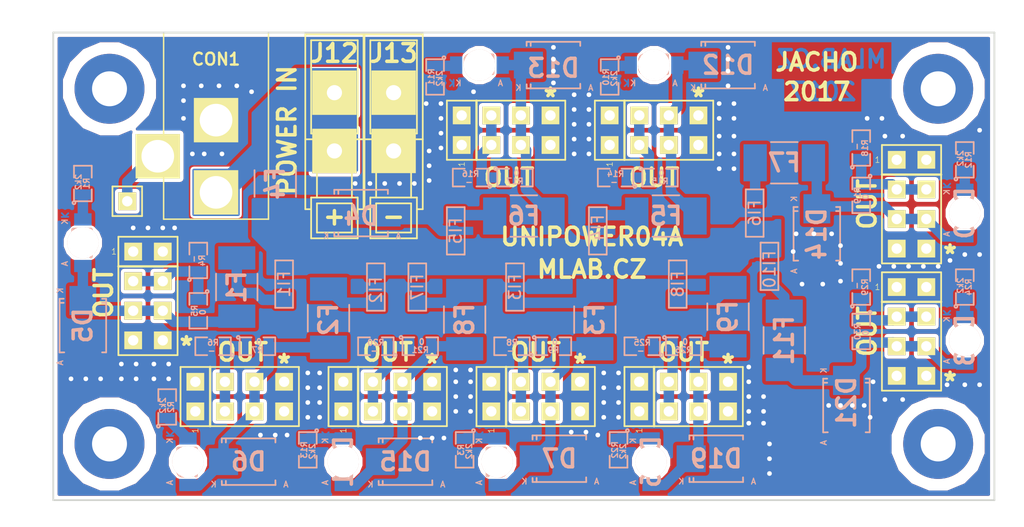
<source format=kicad_pcb>
(kicad_pcb (version 20170123) (host pcbnew "(2017-02-05 revision 431abcf)-makepkg")
  (layers (0 F.Cu signal hide) (31 B.Cu signal) (34 B.Paste user) (35 F.Paste user) (36 B.SilkS user) (37 F.SilkS user) (38 B.Mask user) (39 F.Mask user) (44 Edge.Cuts user))
  (net 0 "")
  (net 1 GND)
  (net 2 "Net-(CON1-Pad3)")
  (net 3 "Net-(D1-Pad1)")
  (net 4 "Net-(D1-Pad2)")
  (net 5 "Net-(D2-Pad1)")
  (net 6 "Net-(D2-Pad2)")
  (net 7 "Net-(D3-Pad1)")
  (net 8 "Net-(D3-Pad2)")
  (net 9 "Net-(F1-Pad1)")
  (net 10 VCC)
  (net 11 "Net-(CON1-Pad1)")
  (net 12 "Net-(D8-Pad1)")
  (net 13 "Net-(D12-Pad1)")
  (net 14 "Net-(D13-Pad1)")
  (net 15 "Net-(D9-Pad1)")
  (net 16 "Net-(D10-Pad1)")
  (net 17 "Net-(D10-Pad2)")
  (net 18 "Net-(D11-Pad2)")
  (net 19 "Net-(D11-Pad1)")
  (net 20 "Net-(D16-Pad1)")
  (net 21 "Net-(D16-Pad2)")
  (net 22 "Net-(D18-Pad1)")
  (net 23 "Net-(D18-Pad2)")
  (net 24 "Net-(F2-Pad1)")
  (net 25 "Net-(F3-Pad1)")
  (net 26 "Net-(F5-Pad1)")
  (net 27 "Net-(F6-Pad1)")
  (net 28 "Net-(F7-Pad1)")
  (net 29 "Net-(F8-Pad1)")
  (net 30 "Net-(F9-Pad1)")
  (net 31 "Net-(F11-Pad1)")
  (net 32 "Net-(J2-Pad3)")
  (net 33 "Net-(J3-Pad3)")
  (net 34 "Net-(J4-Pad3)")
  (net 35 "Net-(J5-Pad3)")
  (net 36 "Net-(J6-Pad3)")
  (net 37 "Net-(J7-Pad3)")
  (net 38 "Net-(J8-Pad3)")
  (net 39 "Net-(J9-Pad3)")
  (net 40 "Net-(J11-Pad3)")
  (module Mlab_CON:DC2,1MM (layer F.Cu) (at 14.224 -30.48 90)
    (fp_text reference CON1 (at 7.62 0 180) (layer F.SilkS) (effects (font (size 1.016 1.016) (thickness 0.2032))))
    (fp_text value JACK_DC2.1 hide)
    (pad 2 thru_hole rect (at 2.39 0 90) (size 3.81 3.81) (drill 2.8) (layers *.Cu *.Mask F.SilkS) (net 1 GND))
    (pad 1 thru_hole rect (at -3.81 0 90) (size 3.81 3.81) (drill 2.8) (layers *.Cu *.Mask F.SilkS) (net 11 "Net-(CON1-Pad1)"))
    (pad 3 thru_hole rect (at -0.71 -5 90) (size 3.81 3.81) (drill 2.8) (layers *.Cu *.Mask F.SilkS) (net 2 "Net-(CON1-Pad3)"))
  )
  (module Mlab_D:LED_1206 (layer B.Cu) (at 2.794 -22.352 90)
    (fp_text reference D1 (at 0 0 90) (layer B.SilkS) (effects (font (thickness 0.3048)) (justify mirror)))
    (fp_text value RED hide)
    (fp_text user K (at 1.80086 -1.5494 90) (layer B.SilkS) (effects (font (size 0.50038 0.50038) (thickness 0.09906)) (justify mirror)))
    (fp_text user A (at -1.80086 -1.5494 90) (layer B.SilkS) (effects (font (size 0.50038 0.50038) (thickness 0.09906)) (justify mirror)))
    (fp_line (start 2.2225 -1.24968) (end 2.21742 -1.81864) (layer B.Cu) (width 0.15))
    (fp_line (start 2.25298 -1.52146) (end 2.5273 -1.24968) (layer B.Cu) (width 0.15))
    (fp_line (start 2.21488 -1.50622) (end 2.53492 -1.81102) (layer B.Cu) (width 0.15))
    (pad "" np_thru_hole circle (at 0 0 90) (size 2.7 2.7) (drill 2.7) (layers *.Cu *.Mask B.SilkS))
    (pad 1 smd rect (at 2 0 90) (size 1.05 1.5) (layers B.Cu B.Paste B.Mask) (net 3 "Net-(D1-Pad1)"))
    (pad 2 smd rect (at -2 0 90) (size 1.05 1.5) (layers B.Cu B.Paste B.Mask) (net 4 "Net-(D1-Pad2)"))
  )
  (module Mlab_D:LED_1206 (layer B.Cu) (at 11.811 -3.556 90)
    (fp_text reference D2 (at 0 0 90) (layer B.SilkS) (effects (font (thickness 0.3048)) (justify mirror)))
    (fp_text value RED hide)
    (fp_text user K (at 1.80086 -1.5494 90) (layer B.SilkS) (effects (font (size 0.50038 0.50038) (thickness 0.09906)) (justify mirror)))
    (fp_text user A (at -1.80086 -1.5494 90) (layer B.SilkS) (effects (font (size 0.50038 0.50038) (thickness 0.09906)) (justify mirror)))
    (fp_line (start 2.2225 -1.24968) (end 2.21742 -1.81864) (layer B.Cu) (width 0.15))
    (fp_line (start 2.25298 -1.52146) (end 2.5273 -1.24968) (layer B.Cu) (width 0.15))
    (fp_line (start 2.21488 -1.50622) (end 2.53492 -1.81102) (layer B.Cu) (width 0.15))
    (pad "" np_thru_hole circle (at 0 0 90) (size 2.7 2.7) (drill 2.7) (layers *.Cu *.Mask B.SilkS))
    (pad 1 smd rect (at 2 0 90) (size 1.05 1.5) (layers B.Cu B.Paste B.Mask) (net 5 "Net-(D2-Pad1)"))
    (pad 2 smd rect (at -2 0 90) (size 1.05 1.5) (layers B.Cu B.Paste B.Mask) (net 6 "Net-(D2-Pad2)"))
  )
  (module Mlab_D:LED_1206 (layer B.Cu) (at 38.354 -3.556 90)
    (fp_text reference D3 (at 0 0 90) (layer B.SilkS) (effects (font (thickness 0.3048)) (justify mirror)))
    (fp_text value RED hide)
    (fp_text user K (at 1.80086 -1.5494 90) (layer B.SilkS) (effects (font (size 0.50038 0.50038) (thickness 0.09906)) (justify mirror)))
    (fp_text user A (at -1.80086 -1.5494 90) (layer B.SilkS) (effects (font (size 0.50038 0.50038) (thickness 0.09906)) (justify mirror)))
    (fp_line (start 2.2225 -1.24968) (end 2.21742 -1.81864) (layer B.Cu) (width 0.15))
    (fp_line (start 2.25298 -1.52146) (end 2.5273 -1.24968) (layer B.Cu) (width 0.15))
    (fp_line (start 2.21488 -1.50622) (end 2.53492 -1.81102) (layer B.Cu) (width 0.15))
    (pad "" np_thru_hole circle (at 0 0 90) (size 2.7 2.7) (drill 2.7) (layers *.Cu *.Mask B.SilkS))
    (pad 1 smd rect (at 2 0 90) (size 1.05 1.5) (layers B.Cu B.Paste B.Mask) (net 7 "Net-(D3-Pad1)"))
    (pad 2 smd rect (at -2 0 90) (size 1.05 1.5) (layers B.Cu B.Paste B.Mask) (net 8 "Net-(D3-Pad2)"))
  )
  (module Mlab_D:SMB_Standard (layer B.Cu) (at 26.67 -24.892 180)
    (fp_text reference D4 (at 0 -0.254 180) (layer B.SilkS) (effects (font (thickness 0.3048)) (justify mirror)))
    (fp_text value SMBJ15A-E3/52 hide)
    (fp_text user K (at 2.99974 -1.95072 180) (layer B.SilkS) (effects (font (size 0.50038 0.50038) (thickness 0.09906)) (justify mirror)))
    (fp_text user A (at -3.2004 -1.95072 180) (layer B.SilkS) (effects (font (size 0.50038 0.50038) (thickness 0.09906)) (justify mirror)))
    (pad 2 smd rect (at -2.14884 0 180) (size 2.49936 2.30124) (layers B.Cu B.Paste B.Mask) (net 1 GND))
    (pad 1 smd rect (at 2.14884 0 180) (size 2.49936 2.30124) (layers B.Cu B.Paste B.Mask) (net 10 VCC))
  )
  (module Mlab_D:SMB_Standard (layer B.Cu) (at 2.794 -15.24 90)
    (fp_text reference D5 (at 0 0 90) (layer B.SilkS) (effects (font (thickness 0.3048)) (justify mirror)))
    (fp_text value SMBJ15A-E3/52 hide)
    (fp_text user A (at -3.2004 -1.95072 90) (layer B.SilkS) (effects (font (size 0.50038 0.50038) (thickness 0.09906)) (justify mirror)))
    (fp_text user K (at 2.99974 -1.95072 90) (layer B.SilkS) (effects (font (size 0.50038 0.50038) (thickness 0.09906)) (justify mirror)))
    (pad 1 smd rect (at 2.14884 0 90) (size 2.49936 2.30124) (layers B.Cu B.Paste B.Mask) (net 4 "Net-(D1-Pad2)"))
    (pad 2 smd rect (at -2.14884 0 90) (size 2.49936 2.30124) (layers B.Cu B.Paste B.Mask) (net 1 GND))
  )
  (module Mlab_D:SMB_Standard (layer B.Cu) (at 17.018 -3.556 180)
    (fp_text reference D6 (at 0 0 180) (layer B.SilkS) (effects (font (thickness 0.3048)) (justify mirror)))
    (fp_text value SMBJ15A-E3/52 hide)
    (fp_text user K (at 2.99974 -1.95072 180) (layer B.SilkS) (effects (font (size 0.50038 0.50038) (thickness 0.09906)) (justify mirror)))
    (fp_text user A (at -3.2004 -1.95072 180) (layer B.SilkS) (effects (font (size 0.50038 0.50038) (thickness 0.09906)) (justify mirror)))
    (pad 2 smd rect (at -2.14884 0 180) (size 2.49936 2.30124) (layers B.Cu B.Paste B.Mask) (net 1 GND))
    (pad 1 smd rect (at 2.14884 0 180) (size 2.49936 2.30124) (layers B.Cu B.Paste B.Mask) (net 6 "Net-(D2-Pad2)"))
  )
  (module Mlab_D:SMB_Standard (layer B.Cu) (at 43.688 -3.81 180)
    (fp_text reference D7 (at 0 0 180) (layer B.SilkS) (effects (font (thickness 0.3048)) (justify mirror)))
    (fp_text value SMBJ15A-E3/52 hide)
    (fp_text user A (at -3.2004 -1.95072 180) (layer B.SilkS) (effects (font (size 0.50038 0.50038) (thickness 0.09906)) (justify mirror)))
    (fp_text user K (at 2.99974 -1.95072 180) (layer B.SilkS) (effects (font (size 0.50038 0.50038) (thickness 0.09906)) (justify mirror)))
    (pad 1 smd rect (at 2.14884 0 180) (size 2.49936 2.30124) (layers B.Cu B.Paste B.Mask) (net 8 "Net-(D3-Pad2)"))
    (pad 2 smd rect (at -2.14884 0 180) (size 2.49936 2.30124) (layers B.Cu B.Paste B.Mask) (net 1 GND))
  )
  (module Mlab_D:LED_1206 (layer B.Cu) (at 51.816 -37.592 180)
    (fp_text reference D8 (at 0 0 180) (layer B.SilkS) (effects (font (thickness 0.3048)) (justify mirror)))
    (fp_text value RED hide)
    (fp_line (start 2.21488 -1.50622) (end 2.53492 -1.81102) (layer B.Cu) (width 0.15))
    (fp_line (start 2.25298 -1.52146) (end 2.5273 -1.24968) (layer B.Cu) (width 0.15))
    (fp_line (start 2.2225 -1.24968) (end 2.21742 -1.81864) (layer B.Cu) (width 0.15))
    (fp_text user A (at -1.80086 -1.5494 180) (layer B.SilkS) (effects (font (size 0.50038 0.50038) (thickness 0.09906)) (justify mirror)))
    (fp_text user K (at 1.80086 -1.5494 180) (layer B.SilkS) (effects (font (size 0.50038 0.50038) (thickness 0.09906)) (justify mirror)))
    (pad 2 smd rect (at -2 0 180) (size 1.05 1.5) (layers B.Cu B.Paste B.Mask) (net 13 "Net-(D12-Pad1)"))
    (pad 1 smd rect (at 2 0 180) (size 1.05 1.5) (layers B.Cu B.Paste B.Mask) (net 12 "Net-(D8-Pad1)"))
    (pad "" np_thru_hole circle (at 0 0 180) (size 2.7 2.7) (drill 2.7) (layers *.Cu *.Mask B.SilkS))
  )
  (module Mlab_D:LED_1206 (layer B.Cu) (at 36.83 -37.592 180)
    (fp_text reference D9 (at 0 0 180) (layer B.SilkS) (effects (font (thickness 0.3048)) (justify mirror)))
    (fp_text value RED hide)
    (fp_text user K (at 1.80086 -1.5494 180) (layer B.SilkS) (effects (font (size 0.50038 0.50038) (thickness 0.09906)) (justify mirror)))
    (fp_text user A (at -1.80086 -1.5494 180) (layer B.SilkS) (effects (font (size 0.50038 0.50038) (thickness 0.09906)) (justify mirror)))
    (fp_line (start 2.2225 -1.24968) (end 2.21742 -1.81864) (layer B.Cu) (width 0.15))
    (fp_line (start 2.25298 -1.52146) (end 2.5273 -1.24968) (layer B.Cu) (width 0.15))
    (fp_line (start 2.21488 -1.50622) (end 2.53492 -1.81102) (layer B.Cu) (width 0.15))
    (pad "" np_thru_hole circle (at 0 0 180) (size 2.7 2.7) (drill 2.7) (layers *.Cu *.Mask B.SilkS))
    (pad 1 smd rect (at 2 0 180) (size 1.05 1.5) (layers B.Cu B.Paste B.Mask) (net 15 "Net-(D9-Pad1)"))
    (pad 2 smd rect (at -2 0 180) (size 1.05 1.5) (layers B.Cu B.Paste B.Mask) (net 14 "Net-(D13-Pad1)"))
  )
  (module Mlab_D:LED_1206 (layer B.Cu) (at 78.486 -24.892 90)
    (fp_text reference D10 (at 0 0 90) (layer B.SilkS) (effects (font (thickness 0.3048)) (justify mirror)))
    (fp_text value RED hide)
    (fp_line (start 2.21488 -1.50622) (end 2.53492 -1.81102) (layer B.Cu) (width 0.15))
    (fp_line (start 2.25298 -1.52146) (end 2.5273 -1.24968) (layer B.Cu) (width 0.15))
    (fp_line (start 2.2225 -1.24968) (end 2.21742 -1.81864) (layer B.Cu) (width 0.15))
    (fp_text user A (at -1.80086 -1.5494 90) (layer B.SilkS) (effects (font (size 0.50038 0.50038) (thickness 0.09906)) (justify mirror)))
    (fp_text user K (at 1.80086 -1.5494 90) (layer B.SilkS) (effects (font (size 0.50038 0.50038) (thickness 0.09906)) (justify mirror)))
    (pad 2 smd rect (at -2 0 90) (size 1.05 1.5) (layers B.Cu B.Paste B.Mask) (net 17 "Net-(D10-Pad2)"))
    (pad 1 smd rect (at 2 0 90) (size 1.05 1.5) (layers B.Cu B.Paste B.Mask) (net 16 "Net-(D10-Pad1)"))
    (pad "" np_thru_hole circle (at 0 0 90) (size 2.7 2.7) (drill 2.7) (layers *.Cu *.Mask B.SilkS))
  )
  (module Mlab_D:LED_1206 (layer B.Cu) (at 25.146 -3.556 90)
    (fp_text reference D11 (at 0 0 90) (layer B.SilkS) (effects (font (thickness 0.3048)) (justify mirror)))
    (fp_text value RED hide)
    (fp_text user K (at 1.80086 -1.5494 90) (layer B.SilkS) (effects (font (size 0.50038 0.50038) (thickness 0.09906)) (justify mirror)))
    (fp_text user A (at -1.80086 -1.5494 90) (layer B.SilkS) (effects (font (size 0.50038 0.50038) (thickness 0.09906)) (justify mirror)))
    (fp_line (start 2.2225 -1.24968) (end 2.21742 -1.81864) (layer B.Cu) (width 0.15))
    (fp_line (start 2.25298 -1.52146) (end 2.5273 -1.24968) (layer B.Cu) (width 0.15))
    (fp_line (start 2.21488 -1.50622) (end 2.53492 -1.81102) (layer B.Cu) (width 0.15))
    (pad "" np_thru_hole circle (at 0 0 90) (size 2.7 2.7) (drill 2.7) (layers *.Cu *.Mask B.SilkS))
    (pad 1 smd rect (at 2 0 90) (size 1.05 1.5) (layers B.Cu B.Paste B.Mask) (net 19 "Net-(D11-Pad1)"))
    (pad 2 smd rect (at -2 0 90) (size 1.05 1.5) (layers B.Cu B.Paste B.Mask) (net 18 "Net-(D11-Pad2)"))
  )
  (module Mlab_D:SMB_Standard (layer B.Cu) (at 58.166 -37.592 180)
    (fp_text reference D12 (at 0 0 180) (layer B.SilkS) (effects (font (thickness 0.3048)) (justify mirror)))
    (fp_text value SMBJ15A-E3/52 hide)
    (fp_text user A (at -3.2004 -1.95072 180) (layer B.SilkS) (effects (font (size 0.50038 0.50038) (thickness 0.09906)) (justify mirror)))
    (fp_text user K (at 2.99974 -1.95072 180) (layer B.SilkS) (effects (font (size 0.50038 0.50038) (thickness 0.09906)) (justify mirror)))
    (pad 1 smd rect (at 2.14884 0 180) (size 2.49936 2.30124) (layers B.Cu B.Paste B.Mask) (net 13 "Net-(D12-Pad1)"))
    (pad 2 smd rect (at -2.14884 0 180) (size 2.49936 2.30124) (layers B.Cu B.Paste B.Mask) (net 1 GND))
  )
  (module Mlab_D:SMB_Standard (layer B.Cu) (at 43.18 -37.592 180)
    (fp_text reference D13 (at 0 -0.254 180) (layer B.SilkS) (effects (font (thickness 0.3048)) (justify mirror)))
    (fp_text value SMBJ15A-E3/52 hide)
    (fp_text user A (at -3.2004 -1.95072 180) (layer B.SilkS) (effects (font (size 0.50038 0.50038) (thickness 0.09906)) (justify mirror)))
    (fp_text user K (at 2.99974 -1.95072 180) (layer B.SilkS) (effects (font (size 0.50038 0.50038) (thickness 0.09906)) (justify mirror)))
    (pad 1 smd rect (at 2.14884 0 180) (size 2.49936 2.30124) (layers B.Cu B.Paste B.Mask) (net 14 "Net-(D13-Pad1)"))
    (pad 2 smd rect (at -2.14884 0 180) (size 2.49936 2.30124) (layers B.Cu B.Paste B.Mask) (net 1 GND))
  )
  (module Mlab_D:SMB_Standard (layer B.Cu) (at 65.786 -23.114 90)
    (fp_text reference D14 (at 0 0 90) (layer B.SilkS) (effects (font (thickness 0.3048)) (justify mirror)))
    (fp_text value SMBJ15A-E3/52 hide)
    (fp_text user K (at 2.99974 -1.95072 90) (layer B.SilkS) (effects (font (size 0.50038 0.50038) (thickness 0.09906)) (justify mirror)))
    (fp_text user A (at -3.2004 -1.95072 90) (layer B.SilkS) (effects (font (size 0.50038 0.50038) (thickness 0.09906)) (justify mirror)))
    (pad 2 smd rect (at -2.14884 0 90) (size 2.49936 2.30124) (layers B.Cu B.Paste B.Mask) (net 1 GND))
    (pad 1 smd rect (at 2.14884 0 90) (size 2.49936 2.30124) (layers B.Cu B.Paste B.Mask) (net 17 "Net-(D10-Pad2)"))
  )
  (module Mlab_D:SMB_Standard (layer B.Cu) (at 30.48 -3.556 180)
    (fp_text reference D15 (at 0 0 180) (layer B.SilkS) (effects (font (thickness 0.3048)) (justify mirror)))
    (fp_text value SMBJ15A-E3/52 hide)
    (fp_text user A (at -3.2004 -1.95072 180) (layer B.SilkS) (effects (font (size 0.50038 0.50038) (thickness 0.09906)) (justify mirror)))
    (fp_text user K (at 2.99974 -1.95072 180) (layer B.SilkS) (effects (font (size 0.50038 0.50038) (thickness 0.09906)) (justify mirror)))
    (pad 1 smd rect (at 2.14884 0 180) (size 2.49936 2.30124) (layers B.Cu B.Paste B.Mask) (net 18 "Net-(D11-Pad2)"))
    (pad 2 smd rect (at -2.14884 0 180) (size 2.49936 2.30124) (layers B.Cu B.Paste B.Mask) (net 1 GND))
  )
  (module Mlab_D:LED_1206 (layer B.Cu) (at 51.562 -3.556 90)
    (fp_text reference D16 (at 0 0 90) (layer B.SilkS) (effects (font (thickness 0.3048)) (justify mirror)))
    (fp_text value RED hide)
    (fp_line (start 2.21488 -1.50622) (end 2.53492 -1.81102) (layer B.Cu) (width 0.15))
    (fp_line (start 2.25298 -1.52146) (end 2.5273 -1.24968) (layer B.Cu) (width 0.15))
    (fp_line (start 2.2225 -1.24968) (end 2.21742 -1.81864) (layer B.Cu) (width 0.15))
    (fp_text user A (at -1.80086 -1.5494 90) (layer B.SilkS) (effects (font (size 0.50038 0.50038) (thickness 0.09906)) (justify mirror)))
    (fp_text user K (at 1.80086 -1.5494 90) (layer B.SilkS) (effects (font (size 0.50038 0.50038) (thickness 0.09906)) (justify mirror)))
    (pad 2 smd rect (at -2 0 90) (size 1.05 1.5) (layers B.Cu B.Paste B.Mask) (net 21 "Net-(D16-Pad2)"))
    (pad 1 smd rect (at 2 0 90) (size 1.05 1.5) (layers B.Cu B.Paste B.Mask) (net 20 "Net-(D16-Pad1)"))
    (pad "" np_thru_hole circle (at 0 0 90) (size 2.7 2.7) (drill 2.7) (layers *.Cu *.Mask B.SilkS))
  )
  (module Mlab_D:LED_1206 (layer B.Cu) (at 78.486 -13.97 90)
    (fp_text reference D18 (at 0 0 90) (layer B.SilkS) (effects (font (thickness 0.3048)) (justify mirror)))
    (fp_text value RED hide)
    (fp_line (start 2.21488 -1.50622) (end 2.53492 -1.81102) (layer B.Cu) (width 0.15))
    (fp_line (start 2.25298 -1.52146) (end 2.5273 -1.24968) (layer B.Cu) (width 0.15))
    (fp_line (start 2.2225 -1.24968) (end 2.21742 -1.81864) (layer B.Cu) (width 0.15))
    (fp_text user A (at -1.80086 -1.5494 90) (layer B.SilkS) (effects (font (size 0.50038 0.50038) (thickness 0.09906)) (justify mirror)))
    (fp_text user K (at 1.80086 -1.5494 90) (layer B.SilkS) (effects (font (size 0.50038 0.50038) (thickness 0.09906)) (justify mirror)))
    (pad 2 smd rect (at -2 0 90) (size 1.05 1.5) (layers B.Cu B.Paste B.Mask) (net 23 "Net-(D18-Pad2)"))
    (pad 1 smd rect (at 2 0 90) (size 1.05 1.5) (layers B.Cu B.Paste B.Mask) (net 22 "Net-(D18-Pad1)"))
    (pad "" np_thru_hole circle (at 0 0 90) (size 2.7 2.7) (drill 2.7) (layers *.Cu *.Mask B.SilkS))
  )
  (module Mlab_D:SMB_Standard (layer B.Cu) (at 57.15 -3.81 180)
    (fp_text reference D19 (at 0 0 180) (layer B.SilkS) (effects (font (thickness 0.3048)) (justify mirror)))
    (fp_text value SMBJ15A-E3/52 hide)
    (fp_text user K (at 2.99974 -1.95072 180) (layer B.SilkS) (effects (font (size 0.50038 0.50038) (thickness 0.09906)) (justify mirror)))
    (fp_text user A (at -3.2004 -1.95072 180) (layer B.SilkS) (effects (font (size 0.50038 0.50038) (thickness 0.09906)) (justify mirror)))
    (pad 2 smd rect (at -2.14884 0 180) (size 2.49936 2.30124) (layers B.Cu B.Paste B.Mask) (net 1 GND))
    (pad 1 smd rect (at 2.14884 0 180) (size 2.49936 2.30124) (layers B.Cu B.Paste B.Mask) (net 21 "Net-(D16-Pad2)"))
  )
  (module Mlab_D:SMB_Standard (layer B.Cu) (at 68.326 -8.382 90)
    (fp_text reference D21 (at 0.254 0 90) (layer B.SilkS) (effects (font (thickness 0.3048)) (justify mirror)))
    (fp_text value SMBJ15A-E3/52 hide)
    (fp_text user A (at -3.2004 -1.95072 90) (layer B.SilkS) (effects (font (size 0.50038 0.50038) (thickness 0.09906)) (justify mirror)))
    (fp_text user K (at 2.99974 -1.95072 90) (layer B.SilkS) (effects (font (size 0.50038 0.50038) (thickness 0.09906)) (justify mirror)))
    (pad 1 smd rect (at 2.14884 0 90) (size 2.49936 2.30124) (layers B.Cu B.Paste B.Mask) (net 23 "Net-(D18-Pad2)"))
    (pad 2 smd rect (at -2.14884 0 90) (size 2.49936 2.30124) (layers B.Cu B.Paste B.Mask) (net 1 GND))
  )
  (module Mlab_F:2410 (layer B.Cu) (at 16.002 -18.542 270)
    (fp_text reference F1 (at 0 0 270) (layer B.SilkS) (effects (font (thickness 0.3048)) (justify mirror)))
    (fp_text value 1,1A hide)
    (pad 1 smd rect (at -2.5 0 270) (size 2 3.18) (layers B.Cu B.Paste B.Mask) (net 9 "Net-(F1-Pad1)"))
    (pad 2 smd rect (at 2.5 0 270) (size 2 3.18) (layers B.Cu B.Paste B.Mask) (net 4 "Net-(D1-Pad2)"))
  )
  (module Mlab_F:2410 (layer B.Cu) (at 23.876 -15.875 270)
    (fp_text reference F2 (at 0.127 0 270) (layer B.SilkS) (effects (font (thickness 0.3048)) (justify mirror)))
    (fp_text value 1,1A hide)
    (pad 2 smd rect (at 2.5 0 270) (size 2 3.18) (layers B.Cu B.Paste B.Mask) (net 6 "Net-(D2-Pad2)"))
    (pad 1 smd rect (at -2.5 0 270) (size 2 3.18) (layers B.Cu B.Paste B.Mask) (net 24 "Net-(F2-Pad1)"))
  )
  (module Mlab_F:2410 (layer B.Cu) (at 46.736 -15.748 270)
    (fp_text reference F3 (at 0 0 270) (layer B.SilkS) (effects (font (thickness 0.3048)) (justify mirror)))
    (fp_text value 1,1A hide)
    (pad 2 smd rect (at 2.5 0 270) (size 2 3.18) (layers B.Cu B.Paste B.Mask) (net 8 "Net-(D3-Pad2)"))
    (pad 1 smd rect (at -2.5 0 270) (size 2 3.18) (layers B.Cu B.Paste B.Mask) (net 25 "Net-(F3-Pad1)"))
  )
  (module Mlab_F:Drzak_2410 (layer B.Cu) (at 19.304 -27.432 270)
    (fp_text reference F4 (at 0 0 270) (layer B.SilkS) (effects (font (thickness 0.3048)) (justify mirror)))
    (fp_text value 10A hide)
    (pad 1 smd rect (at -2.91 0 270) (size 3.33 3.81) (layers B.Cu B.Paste B.Mask) (net 11 "Net-(CON1-Pad1)"))
    (pad 2 smd rect (at 2.91 0 270) (size 3.33 3.81) (layers B.Cu B.Paste B.Mask) (net 10 VCC))
  )
  (module Mlab_F:2410 (layer B.Cu) (at 52.832 -24.638)
    (fp_text reference F5 (at 0 0) (layer B.SilkS) (effects (font (thickness 0.3048)) (justify mirror)))
    (fp_text value 1,1A hide)
    (pad 1 smd rect (at -2.5 0) (size 2 3.18) (layers B.Cu B.Paste B.Mask) (net 26 "Net-(F5-Pad1)"))
    (pad 2 smd rect (at 2.5 0) (size 2 3.18) (layers B.Cu B.Paste B.Mask) (net 13 "Net-(D12-Pad1)"))
  )
  (module Mlab_F:2410 (layer B.Cu) (at 40.64 -24.638)
    (fp_text reference F6 (at 0 0) (layer B.SilkS) (effects (font (thickness 0.3048)) (justify mirror)))
    (fp_text value 1,1A hide)
    (pad 2 smd rect (at 2.5 0) (size 2 3.18) (layers B.Cu B.Paste B.Mask) (net 14 "Net-(D13-Pad1)"))
    (pad 1 smd rect (at -2.5 0) (size 2 3.18) (layers B.Cu B.Paste B.Mask) (net 27 "Net-(F6-Pad1)"))
  )
  (module Mlab_F:2410 (layer B.Cu) (at 62.992 -29.21)
    (fp_text reference F7 (at 0 0) (layer B.SilkS) (effects (font (thickness 0.3048)) (justify mirror)))
    (fp_text value 1,1A hide)
    (pad 1 smd rect (at -2.5 0) (size 2 3.18) (layers B.Cu B.Paste B.Mask) (net 28 "Net-(F7-Pad1)"))
    (pad 2 smd rect (at 2.5 0) (size 2 3.18) (layers B.Cu B.Paste B.Mask) (net 17 "Net-(D10-Pad2)"))
  )
  (module Mlab_F:2410 (layer B.Cu) (at 35.56 -15.748 270)
    (fp_text reference F8 (at 0 0 270) (layer B.SilkS) (effects (font (thickness 0.3048)) (justify mirror)))
    (fp_text value 1,1A hide)
    (pad 2 smd rect (at 2.5 0 270) (size 2 3.18) (layers B.Cu B.Paste B.Mask) (net 18 "Net-(D11-Pad2)"))
    (pad 1 smd rect (at -2.5 0 270) (size 2 3.18) (layers B.Cu B.Paste B.Mask) (net 29 "Net-(F8-Pad1)"))
  )
  (module Mlab_F:2410 (layer B.Cu) (at 58.166 -16.002 270)
    (fp_text reference F9 (at 0 0 270) (layer B.SilkS) (effects (font (thickness 0.3048)) (justify mirror)))
    (fp_text value 1,1A hide)
    (pad 1 smd rect (at -2.5 0 270) (size 2 3.18) (layers B.Cu B.Paste B.Mask) (net 30 "Net-(F9-Pad1)"))
    (pad 2 smd rect (at 2.5 0 270) (size 2 3.18) (layers B.Cu B.Paste B.Mask) (net 21 "Net-(D16-Pad2)"))
  )
  (module Mlab_F:2410 (layer B.Cu) (at 62.992 -13.97 270)
    (fp_text reference F11 (at 0 0 270) (layer B.SilkS) (effects (font (thickness 0.3048)) (justify mirror)))
    (fp_text value 1,1A hide)
    (pad 1 smd rect (at -2.5 0 270) (size 2 3.18) (layers B.Cu B.Paste B.Mask) (net 31 "Net-(F11-Pad1)"))
    (pad 2 smd rect (at 2.5 0 270) (size 2 3.18) (layers B.Cu B.Paste B.Mask) (net 23 "Net-(D18-Pad2)"))
  )
  (module Mlab_L:FIR1 (layer B.Cu) (at 20.066 -18.796 270)
    (fp_text reference FI1 (at 0 0 270) (layer B.SilkS) (effects (justify mirror)))
    (fp_text value NFM21PC105 hide)
    (pad 3 smd rect (at 1.35 0 270) (size 1.3 1.5) (layers B.Cu B.Paste B.Mask) (net 9 "Net-(F1-Pad1)"))
    (pad 2 smd rect (at 0 0 270) (size 0.7 3) (layers B.Cu B.Paste B.Mask) (net 1 GND))
    (pad 1 smd rect (at -1.35 0 270) (size 1.3 1.5) (layers B.Cu B.Paste B.Mask) (net 10 VCC))
  )
  (module Mlab_L:FIR1 (layer B.Cu) (at 27.94 -18.542 270)
    (fp_text reference FI2 (at 0.254 0 270) (layer B.SilkS) (effects (justify mirror)))
    (fp_text value NFM21PC105 hide)
    (pad 1 smd rect (at -1.35 0 270) (size 1.3 1.5) (layers B.Cu B.Paste B.Mask) (net 10 VCC))
    (pad 2 smd rect (at 0 0 270) (size 0.7 3) (layers B.Cu B.Paste B.Mask) (net 1 GND))
    (pad 3 smd rect (at 1.35 0 270) (size 1.3 1.5) (layers B.Cu B.Paste B.Mask) (net 24 "Net-(F2-Pad1)"))
  )
  (module Mlab_L:FIR1 (layer B.Cu) (at 39.878 -18.542 270)
    (fp_text reference FI3 (at 0 0 270) (layer B.SilkS) (effects (justify mirror)))
    (fp_text value NFM21PC105 hide)
    (pad 3 smd rect (at 1.35 0 270) (size 1.3 1.5) (layers B.Cu B.Paste B.Mask) (net 25 "Net-(F3-Pad1)"))
    (pad 2 smd rect (at 0 0 270) (size 0.7 3) (layers B.Cu B.Paste B.Mask) (net 1 GND))
    (pad 1 smd rect (at -1.35 0 270) (size 1.3 1.5) (layers B.Cu B.Paste B.Mask) (net 10 VCC))
  )
  (module Mlab_L:FIR1 (layer B.Cu) (at 46.99 -23.368 90)
    (fp_text reference FI4 (at 0.254 0 90) (layer B.SilkS) (effects (justify mirror)))
    (fp_text value NFM21PC105 hide)
    (pad 1 smd rect (at -1.35 0 90) (size 1.3 1.5) (layers B.Cu B.Paste B.Mask) (net 10 VCC))
    (pad 2 smd rect (at 0 0 90) (size 0.7 3) (layers B.Cu B.Paste B.Mask) (net 1 GND))
    (pad 3 smd rect (at 1.35 0 90) (size 1.3 1.5) (layers B.Cu B.Paste B.Mask) (net 26 "Net-(F5-Pad1)"))
  )
  (module Mlab_L:FIR1 (layer B.Cu) (at 34.798 -23.368 90)
    (fp_text reference FI5 (at 0 0 90) (layer B.SilkS) (effects (justify mirror)))
    (fp_text value NFM21PC105 hide)
    (pad 1 smd rect (at -1.35 0 90) (size 1.3 1.5) (layers B.Cu B.Paste B.Mask) (net 10 VCC))
    (pad 2 smd rect (at 0 0 90) (size 0.7 3) (layers B.Cu B.Paste B.Mask) (net 1 GND))
    (pad 3 smd rect (at 1.35 0 90) (size 1.3 1.5) (layers B.Cu B.Paste B.Mask) (net 27 "Net-(F6-Pad1)"))
  )
  (module Mlab_L:FIR1 (layer B.Cu) (at 60.452 -24.892 90)
    (fp_text reference FI6 (at 0 0 90) (layer B.SilkS) (effects (justify mirror)))
    (fp_text value NFM21PC105 hide)
    (pad 3 smd rect (at 1.35 0 90) (size 1.3 1.5) (layers B.Cu B.Paste B.Mask) (net 28 "Net-(F7-Pad1)"))
    (pad 2 smd rect (at 0 0 90) (size 0.7 3) (layers B.Cu B.Paste B.Mask) (net 1 GND))
    (pad 1 smd rect (at -1.35 0 90) (size 1.3 1.5) (layers B.Cu B.Paste B.Mask) (net 10 VCC))
  )
  (module Mlab_L:FIR1 (layer B.Cu) (at 31.496 -18.542 270)
    (fp_text reference FI7 (at 0 0 270) (layer B.SilkS) (effects (justify mirror)))
    (fp_text value NFM21PC105 hide)
    (pad 1 smd rect (at -1.35 0 270) (size 1.3 1.5) (layers B.Cu B.Paste B.Mask) (net 10 VCC))
    (pad 2 smd rect (at 0 0 270) (size 0.7 3) (layers B.Cu B.Paste B.Mask) (net 1 GND))
    (pad 3 smd rect (at 1.35 0 270) (size 1.3 1.5) (layers B.Cu B.Paste B.Mask) (net 29 "Net-(F8-Pad1)"))
  )
  (module Mlab_L:FIR1 (layer B.Cu) (at 53.848 -18.796 270)
    (fp_text reference FI8 (at 0 0 270) (layer B.SilkS) (effects (justify mirror)))
    (fp_text value NFM21PC105 hide)
    (pad 3 smd rect (at 1.35 0 270) (size 1.3 1.5) (layers B.Cu B.Paste B.Mask) (net 30 "Net-(F9-Pad1)"))
    (pad 2 smd rect (at 0 0 270) (size 0.7 3) (layers B.Cu B.Paste B.Mask) (net 1 GND))
    (pad 1 smd rect (at -1.35 0 270) (size 1.3 1.5) (layers B.Cu B.Paste B.Mask) (net 10 VCC))
  )
  (module Mlab_L:FIR1 (layer B.Cu) (at 61.722 -20.32 270)
    (fp_text reference FI10 (at 0.254 0 270) (layer B.SilkS) (effects (justify mirror)))
    (fp_text value NFM21PC105 hide)
    (pad 1 smd rect (at -1.35 0 270) (size 1.3 1.5) (layers B.Cu B.Paste B.Mask) (net 10 VCC))
    (pad 2 smd rect (at 0 0 270) (size 0.7 3) (layers B.Cu B.Paste B.Mask) (net 1 GND))
    (pad 3 smd rect (at 1.35 0 270) (size 1.3 1.5) (layers B.Cu B.Paste B.Mask) (net 31 "Net-(F11-Pad1)"))
  )
  (module Mlab_Pin_Headers:Straight_1x01 (layer F.Cu) (at 6.604 -25.908)
    (fp_text reference J1 hide)
    (fp_text value CONN1_1 hide)
    (pad 1 thru_hole rect (at 0 0) (size 1.524 1.524) (drill 0.889) (layers *.Cu *.Mask F.SilkS) (net 2 "Net-(CON1-Pad3)"))
  )
  (module Mlab_Pin_Headers:Straight_2x04 (layer F.Cu) (at 8.382 -17.78)
    (fp_text reference J2 hide)
    (fp_text value JUMP_4X2 hide)
    (fp_text user 1 (at -2.921 -3.81) (layer F.SilkS) (effects (font (size 0.5 0.5) (thickness 0.05))))
    (pad 8 thru_hole rect (at 1.27 3.81) (size 1.524 1.524) (drill 0.889) (layers *.Cu *.Mask F.SilkS) (net 1 GND))
    (pad 7 thru_hole rect (at -1.27 3.81) (size 1.524 1.524) (drill 0.889) (layers *.Cu *.Mask F.SilkS) (net 1 GND))
    (pad 6 thru_hole rect (at 1.27 1.27) (size 1.524 1.524) (drill 0.889) (layers *.Cu *.Mask F.SilkS) (net 4 "Net-(D1-Pad2)"))
    (pad 5 thru_hole rect (at -1.27 1.27) (size 1.524 1.524) (drill 0.889) (layers *.Cu *.Mask F.SilkS) (net 4 "Net-(D1-Pad2)"))
    (pad 4 thru_hole rect (at 1.27 -1.27) (size 1.524 1.524) (drill 0.889) (layers *.Cu *.Mask F.SilkS) (net 32 "Net-(J2-Pad3)"))
    (pad 3 thru_hole rect (at -1.27 -1.27) (size 1.524 1.524) (drill 0.889) (layers *.Cu *.Mask F.SilkS) (net 32 "Net-(J2-Pad3)"))
    (pad 2 thru_hole rect (at 1.27 -3.81) (size 1.524 1.524) (drill 0.889) (layers *.Cu *.Mask F.SilkS) (net 1 GND))
    (pad 1 thru_hole rect (at -1.27 -3.81) (size 1.524 1.524) (drill 0.889) (layers *.Cu *.Mask F.SilkS) (net 1 GND))
  )
  (module Mlab_Pin_Headers:Straight_2x04 (layer F.Cu) (at 16.256 -9.144 90)
    (fp_text reference J3 hide)
    (fp_text value JUMP_4X2 hide)
    (fp_text user 1 (at -2.921 -3.81 90) (layer F.SilkS) (effects (font (size 0.5 0.5) (thickness 0.05))))
    (pad 8 thru_hole rect (at 1.27 3.81 90) (size 1.524 1.524) (drill 0.889) (layers *.Cu *.Mask F.SilkS) (net 1 GND))
    (pad 7 thru_hole rect (at -1.27 3.81 90) (size 1.524 1.524) (drill 0.889) (layers *.Cu *.Mask F.SilkS) (net 1 GND))
    (pad 6 thru_hole rect (at 1.27 1.27 90) (size 1.524 1.524) (drill 0.889) (layers *.Cu *.Mask F.SilkS) (net 6 "Net-(D2-Pad2)"))
    (pad 5 thru_hole rect (at -1.27 1.27 90) (size 1.524 1.524) (drill 0.889) (layers *.Cu *.Mask F.SilkS) (net 6 "Net-(D2-Pad2)"))
    (pad 4 thru_hole rect (at 1.27 -1.27 90) (size 1.524 1.524) (drill 0.889) (layers *.Cu *.Mask F.SilkS) (net 33 "Net-(J3-Pad3)"))
    (pad 3 thru_hole rect (at -1.27 -1.27 90) (size 1.524 1.524) (drill 0.889) (layers *.Cu *.Mask F.SilkS) (net 33 "Net-(J3-Pad3)"))
    (pad 2 thru_hole rect (at 1.27 -3.81 90) (size 1.524 1.524) (drill 0.889) (layers *.Cu *.Mask F.SilkS) (net 1 GND))
    (pad 1 thru_hole rect (at -1.27 -3.81 90) (size 1.524 1.524) (drill 0.889) (layers *.Cu *.Mask F.SilkS) (net 1 GND))
  )
  (module Mlab_Pin_Headers:Straight_2x04 (layer F.Cu) (at 41.656 -9.144 90)
    (fp_text reference J4 hide)
    (fp_text value JUMP_4X2 hide)
    (fp_text user 1 (at -2.921 -3.81 90) (layer F.SilkS) (effects (font (size 0.5 0.5) (thickness 0.05))))
    (pad 1 thru_hole rect (at -1.27 -3.81 90) (size 1.524 1.524) (drill 0.889) (layers *.Cu *.Mask F.SilkS) (net 1 GND))
    (pad 2 thru_hole rect (at 1.27 -3.81 90) (size 1.524 1.524) (drill 0.889) (layers *.Cu *.Mask F.SilkS) (net 1 GND))
    (pad 3 thru_hole rect (at -1.27 -1.27 90) (size 1.524 1.524) (drill 0.889) (layers *.Cu *.Mask F.SilkS) (net 34 "Net-(J4-Pad3)"))
    (pad 4 thru_hole rect (at 1.27 -1.27 90) (size 1.524 1.524) (drill 0.889) (layers *.Cu *.Mask F.SilkS) (net 34 "Net-(J4-Pad3)"))
    (pad 5 thru_hole rect (at -1.27 1.27 90) (size 1.524 1.524) (drill 0.889) (layers *.Cu *.Mask F.SilkS) (net 8 "Net-(D3-Pad2)"))
    (pad 6 thru_hole rect (at 1.27 1.27 90) (size 1.524 1.524) (drill 0.889) (layers *.Cu *.Mask F.SilkS) (net 8 "Net-(D3-Pad2)"))
    (pad 7 thru_hole rect (at -1.27 3.81 90) (size 1.524 1.524) (drill 0.889) (layers *.Cu *.Mask F.SilkS) (net 1 GND))
    (pad 8 thru_hole rect (at 1.27 3.81 90) (size 1.524 1.524) (drill 0.889) (layers *.Cu *.Mask F.SilkS) (net 1 GND))
  )
  (module Mlab_Pin_Headers:Straight_2x04 (layer F.Cu) (at 51.816 -32.004 90)
    (fp_text reference J5 hide)
    (fp_text value JUMP_4X2 hide)
    (fp_text user 1 (at -2.921 -3.81 90) (layer F.SilkS) (effects (font (size 0.5 0.5) (thickness 0.05))))
    (pad 1 thru_hole rect (at -1.27 -3.81 90) (size 1.524 1.524) (drill 0.889) (layers *.Cu *.Mask F.SilkS) (net 1 GND))
    (pad 2 thru_hole rect (at 1.27 -3.81 90) (size 1.524 1.524) (drill 0.889) (layers *.Cu *.Mask F.SilkS) (net 1 GND))
    (pad 3 thru_hole rect (at -1.27 -1.27 90) (size 1.524 1.524) (drill 0.889) (layers *.Cu *.Mask F.SilkS) (net 35 "Net-(J5-Pad3)"))
    (pad 4 thru_hole rect (at 1.27 -1.27 90) (size 1.524 1.524) (drill 0.889) (layers *.Cu *.Mask F.SilkS) (net 35 "Net-(J5-Pad3)"))
    (pad 5 thru_hole rect (at -1.27 1.27 90) (size 1.524 1.524) (drill 0.889) (layers *.Cu *.Mask F.SilkS) (net 13 "Net-(D12-Pad1)"))
    (pad 6 thru_hole rect (at 1.27 1.27 90) (size 1.524 1.524) (drill 0.889) (layers *.Cu *.Mask F.SilkS) (net 13 "Net-(D12-Pad1)"))
    (pad 7 thru_hole rect (at -1.27 3.81 90) (size 1.524 1.524) (drill 0.889) (layers *.Cu *.Mask F.SilkS) (net 1 GND))
    (pad 8 thru_hole rect (at 1.27 3.81 90) (size 1.524 1.524) (drill 0.889) (layers *.Cu *.Mask F.SilkS) (net 1 GND))
  )
  (module Mlab_Pin_Headers:Straight_2x04 (layer F.Cu) (at 39.116 -32.004 90)
    (fp_text reference J6 hide)
    (fp_text value JUMP_4X2 hide)
    (fp_text user 1 (at -2.921 -3.81 90) (layer F.SilkS) (effects (font (size 0.5 0.5) (thickness 0.05))))
    (pad 1 thru_hole rect (at -1.27 -3.81 90) (size 1.524 1.524) (drill 0.889) (layers *.Cu *.Mask F.SilkS) (net 1 GND))
    (pad 2 thru_hole rect (at 1.27 -3.81 90) (size 1.524 1.524) (drill 0.889) (layers *.Cu *.Mask F.SilkS) (net 1 GND))
    (pad 3 thru_hole rect (at -1.27 -1.27 90) (size 1.524 1.524) (drill 0.889) (layers *.Cu *.Mask F.SilkS) (net 36 "Net-(J6-Pad3)"))
    (pad 4 thru_hole rect (at 1.27 -1.27 90) (size 1.524 1.524) (drill 0.889) (layers *.Cu *.Mask F.SilkS) (net 36 "Net-(J6-Pad3)"))
    (pad 5 thru_hole rect (at -1.27 1.27 90) (size 1.524 1.524) (drill 0.889) (layers *.Cu *.Mask F.SilkS) (net 14 "Net-(D13-Pad1)"))
    (pad 6 thru_hole rect (at 1.27 1.27 90) (size 1.524 1.524) (drill 0.889) (layers *.Cu *.Mask F.SilkS) (net 14 "Net-(D13-Pad1)"))
    (pad 7 thru_hole rect (at -1.27 3.81 90) (size 1.524 1.524) (drill 0.889) (layers *.Cu *.Mask F.SilkS) (net 1 GND))
    (pad 8 thru_hole rect (at 1.27 3.81 90) (size 1.524 1.524) (drill 0.889) (layers *.Cu *.Mask F.SilkS) (net 1 GND))
  )
  (module Mlab_Pin_Headers:Straight_2x04 (layer F.Cu) (at 73.914 -25.654)
    (fp_text reference J7 hide)
    (fp_text value JUMP_4X2 hide)
    (fp_text user 1 (at -2.921 -3.81) (layer F.SilkS) (effects (font (size 0.5 0.5) (thickness 0.05))))
    (pad 8 thru_hole rect (at 1.27 3.81) (size 1.524 1.524) (drill 0.889) (layers *.Cu *.Mask F.SilkS) (net 1 GND))
    (pad 7 thru_hole rect (at -1.27 3.81) (size 1.524 1.524) (drill 0.889) (layers *.Cu *.Mask F.SilkS) (net 1 GND))
    (pad 6 thru_hole rect (at 1.27 1.27) (size 1.524 1.524) (drill 0.889) (layers *.Cu *.Mask F.SilkS) (net 17 "Net-(D10-Pad2)"))
    (pad 5 thru_hole rect (at -1.27 1.27) (size 1.524 1.524) (drill 0.889) (layers *.Cu *.Mask F.SilkS) (net 17 "Net-(D10-Pad2)"))
    (pad 4 thru_hole rect (at 1.27 -1.27) (size 1.524 1.524) (drill 0.889) (layers *.Cu *.Mask F.SilkS) (net 37 "Net-(J7-Pad3)"))
    (pad 3 thru_hole rect (at -1.27 -1.27) (size 1.524 1.524) (drill 0.889) (layers *.Cu *.Mask F.SilkS) (net 37 "Net-(J7-Pad3)"))
    (pad 2 thru_hole rect (at 1.27 -3.81) (size 1.524 1.524) (drill 0.889) (layers *.Cu *.Mask F.SilkS) (net 1 GND))
    (pad 1 thru_hole rect (at -1.27 -3.81) (size 1.524 1.524) (drill 0.889) (layers *.Cu *.Mask F.SilkS) (net 1 GND))
  )
  (module Mlab_Pin_Headers:Straight_2x04 (layer F.Cu) (at 28.956 -9.144 90)
    (fp_text reference J8 hide)
    (fp_text value JUMP_4X2 hide)
    (fp_text user 1 (at -2.921 -3.81 90) (layer F.SilkS) (effects (font (size 0.5 0.5) (thickness 0.05))))
    (pad 1 thru_hole rect (at -1.27 -3.81 90) (size 1.524 1.524) (drill 0.889) (layers *.Cu *.Mask F.SilkS) (net 1 GND))
    (pad 2 thru_hole rect (at 1.27 -3.81 90) (size 1.524 1.524) (drill 0.889) (layers *.Cu *.Mask F.SilkS) (net 1 GND))
    (pad 3 thru_hole rect (at -1.27 -1.27 90) (size 1.524 1.524) (drill 0.889) (layers *.Cu *.Mask F.SilkS) (net 38 "Net-(J8-Pad3)"))
    (pad 4 thru_hole rect (at 1.27 -1.27 90) (size 1.524 1.524) (drill 0.889) (layers *.Cu *.Mask F.SilkS) (net 38 "Net-(J8-Pad3)"))
    (pad 5 thru_hole rect (at -1.27 1.27 90) (size 1.524 1.524) (drill 0.889) (layers *.Cu *.Mask F.SilkS) (net 18 "Net-(D11-Pad2)"))
    (pad 6 thru_hole rect (at 1.27 1.27 90) (size 1.524 1.524) (drill 0.889) (layers *.Cu *.Mask F.SilkS) (net 18 "Net-(D11-Pad2)"))
    (pad 7 thru_hole rect (at -1.27 3.81 90) (size 1.524 1.524) (drill 0.889) (layers *.Cu *.Mask F.SilkS) (net 1 GND))
    (pad 8 thru_hole rect (at 1.27 3.81 90) (size 1.524 1.524) (drill 0.889) (layers *.Cu *.Mask F.SilkS) (net 1 GND))
  )
  (module Mlab_Pin_Headers:Straight_2x04 (layer F.Cu) (at 54.356 -9.144 90)
    (fp_text reference J9 hide)
    (fp_text value JUMP_4X2 hide)
    (fp_text user 1 (at -2.921 -3.81 90) (layer F.SilkS) (effects (font (size 0.5 0.5) (thickness 0.05))))
    (pad 1 thru_hole rect (at -1.27 -3.81 90) (size 1.524 1.524) (drill 0.889) (layers *.Cu *.Mask F.SilkS) (net 1 GND))
    (pad 2 thru_hole rect (at 1.27 -3.81 90) (size 1.524 1.524) (drill 0.889) (layers *.Cu *.Mask F.SilkS) (net 1 GND))
    (pad 3 thru_hole rect (at -1.27 -1.27 90) (size 1.524 1.524) (drill 0.889) (layers *.Cu *.Mask F.SilkS) (net 39 "Net-(J9-Pad3)"))
    (pad 4 thru_hole rect (at 1.27 -1.27 90) (size 1.524 1.524) (drill 0.889) (layers *.Cu *.Mask F.SilkS) (net 39 "Net-(J9-Pad3)"))
    (pad 5 thru_hole rect (at -1.27 1.27 90) (size 1.524 1.524) (drill 0.889) (layers *.Cu *.Mask F.SilkS) (net 21 "Net-(D16-Pad2)"))
    (pad 6 thru_hole rect (at 1.27 1.27 90) (size 1.524 1.524) (drill 0.889) (layers *.Cu *.Mask F.SilkS) (net 21 "Net-(D16-Pad2)"))
    (pad 7 thru_hole rect (at -1.27 3.81 90) (size 1.524 1.524) (drill 0.889) (layers *.Cu *.Mask F.SilkS) (net 1 GND))
    (pad 8 thru_hole rect (at 1.27 3.81 90) (size 1.524 1.524) (drill 0.889) (layers *.Cu *.Mask F.SilkS) (net 1 GND))
  )
  (module Mlab_Pin_Headers:Straight_2x04 (layer F.Cu) (at 73.914 -14.732)
    (fp_text reference J11 hide)
    (fp_text value JUMP_4X2 hide)
    (fp_text user 1 (at -2.921 -3.81) (layer F.SilkS) (effects (font (size 0.5 0.5) (thickness 0.05))))
    (pad 8 thru_hole rect (at 1.27 3.81) (size 1.524 1.524) (drill 0.889) (layers *.Cu *.Mask F.SilkS) (net 1 GND))
    (pad 7 thru_hole rect (at -1.27 3.81) (size 1.524 1.524) (drill 0.889) (layers *.Cu *.Mask F.SilkS) (net 1 GND))
    (pad 6 thru_hole rect (at 1.27 1.27) (size 1.524 1.524) (drill 0.889) (layers *.Cu *.Mask F.SilkS) (net 23 "Net-(D18-Pad2)"))
    (pad 5 thru_hole rect (at -1.27 1.27) (size 1.524 1.524) (drill 0.889) (layers *.Cu *.Mask F.SilkS) (net 23 "Net-(D18-Pad2)"))
    (pad 4 thru_hole rect (at 1.27 -1.27) (size 1.524 1.524) (drill 0.889) (layers *.Cu *.Mask F.SilkS) (net 40 "Net-(J11-Pad3)"))
    (pad 3 thru_hole rect (at -1.27 -1.27) (size 1.524 1.524) (drill 0.889) (layers *.Cu *.Mask F.SilkS) (net 40 "Net-(J11-Pad3)"))
    (pad 2 thru_hole rect (at 1.27 -3.81) (size 1.524 1.524) (drill 0.889) (layers *.Cu *.Mask F.SilkS) (net 1 GND))
    (pad 1 thru_hole rect (at -1.27 -3.81) (size 1.524 1.524) (drill 0.889) (layers *.Cu *.Mask F.SilkS) (net 1 GND))
  )
  (module Mlab_Mechanical:MountingHole_3mm (layer F.Cu) (at 76.2 -35.56)
    (fp_text reference P1 hide)
    (fp_text value _ hide)
    (pad 1 thru_hole circle (at 0 0) (size 6 6) (drill 3) (layers *.Cu *.Adhes *.Mask) (clearance 1))
  )
  (module Mlab_Mechanical:MountingHole_3mm (layer F.Cu) (at 76.2 -5.08)
    (fp_text reference P2 hide)
    (fp_text value _ hide)
    (pad 1 thru_hole circle (at 0 0) (size 6 6) (drill 3) (layers *.Cu *.Adhes *.Mask) (clearance 1))
  )
  (module Mlab_Mechanical:MountingHole_3mm (layer F.Cu) (at 5.08 -35.56)
    (fp_text reference P3 hide)
    (fp_text value _ hide)
    (pad 1 thru_hole circle (at 0 0) (size 6 6) (drill 3) (layers *.Cu *.Adhes *.Mask) (clearance 1))
  )
  (module Mlab_Mechanical:MountingHole_3mm (layer F.Cu) (at 5.08 -5.08)
    (fp_text reference P4 hide)
    (fp_text value _ hide)
    (pad 1 thru_hole circle (at 0 0) (size 6 6) (drill 3) (layers *.Cu *.Adhes *.Mask) (clearance 1))
  )
  (module Mlab_R:SMD-0805 (layer B.Cu) (at 2.794 -27.432 90)
    (fp_text reference R1 (at 0 0.3175 90) (layer B.SilkS) (effects (font (size 0.50038 0.50038) (thickness 0.10922)) (justify mirror)))
    (fp_text value 2k2 (at 0.127 -0.381 90) (layer B.SilkS) (effects (font (size 0.50038 0.50038) (thickness 0.10922)) (justify mirror)))
    (pad 1 smd rect (at -0.9525 0 90) (size 0.889 1.397) (layers B.Cu B.Paste B.Mask) (net 3 "Net-(D1-Pad1)"))
    (pad 2 smd rect (at 0.9525 0 90) (size 0.889 1.397) (layers B.Cu B.Paste B.Mask) (net 1 GND))
  )
  (module Mlab_R:SMD-0805 (layer B.Cu) (at 10.033 -8.255 90)
    (fp_text reference R2 (at 0 0.3175 90) (layer B.SilkS) (effects (font (size 0.50038 0.50038) (thickness 0.10922)) (justify mirror)))
    (fp_text value 2k2 (at 0.127 -0.381 90) (layer B.SilkS) (effects (font (size 0.50038 0.50038) (thickness 0.10922)) (justify mirror)))
    (pad 2 smd rect (at 0.9525 0 90) (size 0.889 1.397) (layers B.Cu B.Paste B.Mask) (net 1 GND))
    (pad 1 smd rect (at -0.9525 0 90) (size 0.889 1.397) (layers B.Cu B.Paste B.Mask) (net 5 "Net-(D2-Pad1)"))
  )
  (module Mlab_R:SMD-0805 (layer B.Cu) (at 35.56 -4.572 270)
    (fp_text reference R3 (at 0 0.3175 270) (layer B.SilkS) (effects (font (size 0.50038 0.50038) (thickness 0.10922)) (justify mirror)))
    (fp_text value 2k2 (at 0.127 -0.381 270) (layer B.SilkS) (effects (font (size 0.50038 0.50038) (thickness 0.10922)) (justify mirror)))
    (pad 2 smd rect (at 0.9525 0 270) (size 0.889 1.397) (layers B.Cu B.Paste B.Mask) (net 1 GND))
    (pad 1 smd rect (at -0.9525 0 270) (size 0.889 1.397) (layers B.Cu B.Paste B.Mask) (net 7 "Net-(D3-Pad1)"))
  )
  (module Mlab_R:SMD-0805 (layer B.Cu) (at 12.7 -20.828 90)
    (fp_text reference R4 (at 0 0.3175 90) (layer B.SilkS) (effects (font (size 0.50038 0.50038) (thickness 0.10922)) (justify mirror)))
    (fp_text value - (at 0.127 -0.381 90) (layer B.SilkS) (effects (font (size 0.50038 0.50038) (thickness 0.10922)) (justify mirror)))
    (pad 1 smd rect (at -0.9525 0 90) (size 0.889 1.397) (layers B.Cu B.Paste B.Mask) (net 32 "Net-(J2-Pad3)"))
    (pad 2 smd rect (at 0.9525 0 90) (size 0.889 1.397) (layers B.Cu B.Paste B.Mask) (net 1 GND))
  )
  (module Mlab_R:SMD-0805 (layer B.Cu) (at 12.7 -16.51 270)
    (fp_text reference R5 (at 0 0.3175 270) (layer B.SilkS) (effects (font (size 0.50038 0.50038) (thickness 0.10922)) (justify mirror)))
    (fp_text value 0 (at 0.127 -0.381 270) (layer B.SilkS) (effects (font (size 0.50038 0.50038) (thickness 0.10922)) (justify mirror)))
    (pad 1 smd rect (at -0.9525 0 270) (size 0.889 1.397) (layers B.Cu B.Paste B.Mask) (net 32 "Net-(J2-Pad3)"))
    (pad 2 smd rect (at 0.9525 0 270) (size 0.889 1.397) (layers B.Cu B.Paste B.Mask) (net 4 "Net-(D1-Pad2)"))
  )
  (module Mlab_R:SMD-0805 (layer B.Cu) (at 13.97 -13.462 180)
    (fp_text reference R6 (at 0 0.3175 180) (layer B.SilkS) (effects (font (size 0.50038 0.50038) (thickness 0.10922)) (justify mirror)))
    (fp_text value - (at 0.127 -0.381 180) (layer B.SilkS) (effects (font (size 0.50038 0.50038) (thickness 0.10922)) (justify mirror)))
    (pad 2 smd rect (at 0.9525 0 180) (size 0.889 1.397) (layers B.Cu B.Paste B.Mask) (net 1 GND))
    (pad 1 smd rect (at -0.9525 0 180) (size 0.889 1.397) (layers B.Cu B.Paste B.Mask) (net 33 "Net-(J3-Pad3)"))
  )
  (module Mlab_R:SMD-0805 (layer B.Cu) (at 17.78 -13.462)
    (fp_text reference R7 (at 0 0.3175) (layer B.SilkS) (effects (font (size 0.50038 0.50038) (thickness 0.10922)) (justify mirror)))
    (fp_text value 0 (at 0.127 -0.381) (layer B.SilkS) (effects (font (size 0.50038 0.50038) (thickness 0.10922)) (justify mirror)))
    (pad 1 smd rect (at -0.9525 0) (size 0.889 1.397) (layers B.Cu B.Paste B.Mask) (net 33 "Net-(J3-Pad3)"))
    (pad 2 smd rect (at 0.9525 0) (size 0.889 1.397) (layers B.Cu B.Paste B.Mask) (net 6 "Net-(D2-Pad2)"))
  )
  (module Mlab_R:SMD-0805 (layer B.Cu) (at 39.624 -13.462 180)
    (fp_text reference R8 (at 0 0.3175 180) (layer B.SilkS) (effects (font (size 0.50038 0.50038) (thickness 0.10922)) (justify mirror)))
    (fp_text value - (at 0.127 -0.381 180) (layer B.SilkS) (effects (font (size 0.50038 0.50038) (thickness 0.10922)) (justify mirror)))
    (pad 2 smd rect (at 0.9525 0 180) (size 0.889 1.397) (layers B.Cu B.Paste B.Mask) (net 1 GND))
    (pad 1 smd rect (at -0.9525 0 180) (size 0.889 1.397) (layers B.Cu B.Paste B.Mask) (net 34 "Net-(J4-Pad3)"))
  )
  (module Mlab_R:SMD-0805 (layer B.Cu) (at 43.18 -13.462)
    (fp_text reference R9 (at 0 0.3175) (layer B.SilkS) (effects (font (size 0.50038 0.50038) (thickness 0.10922)) (justify mirror)))
    (fp_text value 0 (at 0.127 -0.381) (layer B.SilkS) (effects (font (size 0.50038 0.50038) (thickness 0.10922)) (justify mirror)))
    (pad 2 smd rect (at 0.9525 0) (size 0.889 1.397) (layers B.Cu B.Paste B.Mask) (net 8 "Net-(D3-Pad2)"))
    (pad 1 smd rect (at -0.9525 0) (size 0.889 1.397) (layers B.Cu B.Paste B.Mask) (net 34 "Net-(J4-Pad3)"))
  )
  (module Mlab_R:SMD-0805 (layer B.Cu) (at 48.006 -36.576 270)
    (fp_text reference R10 (at 0 0.3175 270) (layer B.SilkS) (effects (font (size 0.50038 0.50038) (thickness 0.10922)) (justify mirror)))
    (fp_text value 2k2 (at 0.127 -0.381 270) (layer B.SilkS) (effects (font (size 0.50038 0.50038) (thickness 0.10922)) (justify mirror)))
    (pad 2 smd rect (at 0.9525 0 270) (size 0.889 1.397) (layers B.Cu B.Paste B.Mask) (net 1 GND))
    (pad 1 smd rect (at -0.9525 0 270) (size 0.889 1.397) (layers B.Cu B.Paste B.Mask) (net 12 "Net-(D8-Pad1)"))
  )
  (module Mlab_R:SMD-0805 (layer B.Cu) (at 33.02 -36.576 270)
    (fp_text reference R11 (at 0 0.3175 270) (layer B.SilkS) (effects (font (size 0.50038 0.50038) (thickness 0.10922)) (justify mirror)))
    (fp_text value 2k2 (at 0.127 -0.381 270) (layer B.SilkS) (effects (font (size 0.50038 0.50038) (thickness 0.10922)) (justify mirror)))
    (pad 1 smd rect (at -0.9525 0 270) (size 0.889 1.397) (layers B.Cu B.Paste B.Mask) (net 15 "Net-(D9-Pad1)"))
    (pad 2 smd rect (at 0.9525 0 270) (size 0.889 1.397) (layers B.Cu B.Paste B.Mask) (net 1 GND))
  )
  (module Mlab_R:SMD-0805 (layer B.Cu) (at 78.486 -29.464 90)
    (fp_text reference R12 (at 0 0.3175 90) (layer B.SilkS) (effects (font (size 0.50038 0.50038) (thickness 0.10922)) (justify mirror)))
    (fp_text value 2k2 (at 0.127 -0.381 90) (layer B.SilkS) (effects (font (size 0.50038 0.50038) (thickness 0.10922)) (justify mirror)))
    (pad 1 smd rect (at -0.9525 0 90) (size 0.889 1.397) (layers B.Cu B.Paste B.Mask) (net 16 "Net-(D10-Pad1)"))
    (pad 2 smd rect (at 0.9525 0 90) (size 0.889 1.397) (layers B.Cu B.Paste B.Mask) (net 1 GND))
  )
  (module Mlab_R:SMD-0805 (layer B.Cu) (at 22.098 -4.572 270)
    (fp_text reference R13 (at 0 0.3175 270) (layer B.SilkS) (effects (font (size 0.50038 0.50038) (thickness 0.10922)) (justify mirror)))
    (fp_text value 2k2 (at 0.127 -0.381 270) (layer B.SilkS) (effects (font (size 0.50038 0.50038) (thickness 0.10922)) (justify mirror)))
    (pad 2 smd rect (at 0.9525 0 270) (size 0.889 1.397) (layers B.Cu B.Paste B.Mask) (net 1 GND))
    (pad 1 smd rect (at -0.9525 0 270) (size 0.889 1.397) (layers B.Cu B.Paste B.Mask) (net 19 "Net-(D11-Pad1)"))
  )
  (module Mlab_R:SMD-0805 (layer B.Cu) (at 48.514 -27.94 180)
    (fp_text reference R14 (at 0 0.3175 180) (layer B.SilkS) (effects (font (size 0.50038 0.50038) (thickness 0.10922)) (justify mirror)))
    (fp_text value - (at 0.127 -0.381 180) (layer B.SilkS) (effects (font (size 0.50038 0.50038) (thickness 0.10922)) (justify mirror)))
    (pad 2 smd rect (at 0.9525 0 180) (size 0.889 1.397) (layers B.Cu B.Paste B.Mask) (net 1 GND))
    (pad 1 smd rect (at -0.9525 0 180) (size 0.889 1.397) (layers B.Cu B.Paste B.Mask) (net 35 "Net-(J5-Pad3)"))
  )
  (module Mlab_R:SMD-0805 (layer B.Cu) (at 52.324 -27.94)
    (fp_text reference R15 (at 0 0.3175) (layer B.SilkS) (effects (font (size 0.50038 0.50038) (thickness 0.10922)) (justify mirror)))
    (fp_text value 0 (at 0.127 -0.381) (layer B.SilkS) (effects (font (size 0.50038 0.50038) (thickness 0.10922)) (justify mirror)))
    (pad 1 smd rect (at -0.9525 0) (size 0.889 1.397) (layers B.Cu B.Paste B.Mask) (net 35 "Net-(J5-Pad3)"))
    (pad 2 smd rect (at 0.9525 0) (size 0.889 1.397) (layers B.Cu B.Paste B.Mask) (net 13 "Net-(D12-Pad1)"))
  )
  (module Mlab_R:SMD-0805 (layer B.Cu) (at 36.068 -27.94 180)
    (fp_text reference R16 (at 0 0.3175 180) (layer B.SilkS) (effects (font (size 0.50038 0.50038) (thickness 0.10922)) (justify mirror)))
    (fp_text value - (at 0.127 -0.381 180) (layer B.SilkS) (effects (font (size 0.50038 0.50038) (thickness 0.10922)) (justify mirror)))
    (pad 1 smd rect (at -0.9525 0 180) (size 0.889 1.397) (layers B.Cu B.Paste B.Mask) (net 36 "Net-(J6-Pad3)"))
    (pad 2 smd rect (at 0.9525 0 180) (size 0.889 1.397) (layers B.Cu B.Paste B.Mask) (net 1 GND))
  )
  (module Mlab_R:SMD-0805 (layer B.Cu) (at 39.878 -27.94)
    (fp_text reference R17 (at 0 0.3175) (layer B.SilkS) (effects (font (size 0.50038 0.50038) (thickness 0.10922)) (justify mirror)))
    (fp_text value 0 (at 0.127 -0.381) (layer B.SilkS) (effects (font (size 0.50038 0.50038) (thickness 0.10922)) (justify mirror)))
    (pad 1 smd rect (at -0.9525 0) (size 0.889 1.397) (layers B.Cu B.Paste B.Mask) (net 36 "Net-(J6-Pad3)"))
    (pad 2 smd rect (at 0.9525 0) (size 0.889 1.397) (layers B.Cu B.Paste B.Mask) (net 14 "Net-(D13-Pad1)"))
  )
  (module Mlab_R:SMD-0805 (layer B.Cu) (at 69.596 -30.48 90)
    (fp_text reference R18 (at 0 0.3175 90) (layer B.SilkS) (effects (font (size 0.50038 0.50038) (thickness 0.10922)) (justify mirror)))
    (fp_text value - (at 0.127 -0.381 90) (layer B.SilkS) (effects (font (size 0.50038 0.50038) (thickness 0.10922)) (justify mirror)))
    (pad 2 smd rect (at 0.9525 0 90) (size 0.889 1.397) (layers B.Cu B.Paste B.Mask) (net 1 GND))
    (pad 1 smd rect (at -0.9525 0 90) (size 0.889 1.397) (layers B.Cu B.Paste B.Mask) (net 37 "Net-(J7-Pad3)"))
  )
  (module Mlab_R:SMD-0805 (layer B.Cu) (at 69.596 -26.416 270)
    (fp_text reference R19 (at 0 0.3175 270) (layer B.SilkS) (effects (font (size 0.50038 0.50038) (thickness 0.10922)) (justify mirror)))
    (fp_text value 0 (at 0.127 -0.381 270) (layer B.SilkS) (effects (font (size 0.50038 0.50038) (thickness 0.10922)) (justify mirror)))
    (pad 2 smd rect (at 0.9525 0 270) (size 0.889 1.397) (layers B.Cu B.Paste B.Mask) (net 17 "Net-(D10-Pad2)"))
    (pad 1 smd rect (at -0.9525 0 270) (size 0.889 1.397) (layers B.Cu B.Paste B.Mask) (net 37 "Net-(J7-Pad3)"))
  )
  (module Mlab_R:SMD-0805 (layer B.Cu) (at 27.94 -13.462 180)
    (fp_text reference R20 (at 0 0.3175 180) (layer B.SilkS) (effects (font (size 0.50038 0.50038) (thickness 0.10922)) (justify mirror)))
    (fp_text value - (at 0.127 -0.381 180) (layer B.SilkS) (effects (font (size 0.50038 0.50038) (thickness 0.10922)) (justify mirror)))
    (pad 2 smd rect (at 0.9525 0 180) (size 0.889 1.397) (layers B.Cu B.Paste B.Mask) (net 1 GND))
    (pad 1 smd rect (at -0.9525 0 180) (size 0.889 1.397) (layers B.Cu B.Paste B.Mask) (net 38 "Net-(J8-Pad3)"))
  )
  (module Mlab_R:SMD-0805 (layer B.Cu) (at 31.75 -13.462)
    (fp_text reference R21 (at 0 0.3175) (layer B.SilkS) (effects (font (size 0.50038 0.50038) (thickness 0.10922)) (justify mirror)))
    (fp_text value 0 (at 0.127 -0.381) (layer B.SilkS) (effects (font (size 0.50038 0.50038) (thickness 0.10922)) (justify mirror)))
    (pad 2 smd rect (at 0.9525 0) (size 0.889 1.397) (layers B.Cu B.Paste B.Mask) (net 18 "Net-(D11-Pad2)"))
    (pad 1 smd rect (at -0.9525 0) (size 0.889 1.397) (layers B.Cu B.Paste B.Mask) (net 38 "Net-(J8-Pad3)"))
  )
  (module Mlab_R:SMD-0805 (layer B.Cu) (at 48.768 -4.572 270)
    (fp_text reference R22 (at 0 0.3175 270) (layer B.SilkS) (effects (font (size 0.50038 0.50038) (thickness 0.10922)) (justify mirror)))
    (fp_text value 2k2 (at 0.127 -0.381 270) (layer B.SilkS) (effects (font (size 0.50038 0.50038) (thickness 0.10922)) (justify mirror)))
    (pad 1 smd rect (at -0.9525 0 270) (size 0.889 1.397) (layers B.Cu B.Paste B.Mask) (net 20 "Net-(D16-Pad1)"))
    (pad 2 smd rect (at 0.9525 0 270) (size 0.889 1.397) (layers B.Cu B.Paste B.Mask) (net 1 GND))
  )
  (module Mlab_R:SMD-0805 (layer B.Cu) (at 78.486 -18.542 90)
    (fp_text reference R24 (at 0 0.3175 90) (layer B.SilkS) (effects (font (size 0.50038 0.50038) (thickness 0.10922)) (justify mirror)))
    (fp_text value 2k2 (at 0.127 -0.381 90) (layer B.SilkS) (effects (font (size 0.50038 0.50038) (thickness 0.10922)) (justify mirror)))
    (pad 1 smd rect (at -0.9525 0 90) (size 0.889 1.397) (layers B.Cu B.Paste B.Mask) (net 22 "Net-(D18-Pad1)"))
    (pad 2 smd rect (at 0.9525 0 90) (size 0.889 1.397) (layers B.Cu B.Paste B.Mask) (net 1 GND))
  )
  (module Mlab_R:SMD-0805 (layer B.Cu) (at 50.8 -13.462 180)
    (fp_text reference R25 (at 0 0.3175 180) (layer B.SilkS) (effects (font (size 0.50038 0.50038) (thickness 0.10922)) (justify mirror)))
    (fp_text value - (at 0.127 -0.381 180) (layer B.SilkS) (effects (font (size 0.50038 0.50038) (thickness 0.10922)) (justify mirror)))
    (pad 2 smd rect (at 0.9525 0 180) (size 0.889 1.397) (layers B.Cu B.Paste B.Mask) (net 1 GND))
    (pad 1 smd rect (at -0.9525 0 180) (size 0.889 1.397) (layers B.Cu B.Paste B.Mask) (net 39 "Net-(J9-Pad3)"))
  )
  (module Mlab_R:SMD-0805 (layer B.Cu) (at 54.356 -13.462)
    (fp_text reference R26 (at 0 0.3175) (layer B.SilkS) (effects (font (size 0.50038 0.50038) (thickness 0.10922)) (justify mirror)))
    (fp_text value 0 (at 0.127 -0.381) (layer B.SilkS) (effects (font (size 0.50038 0.50038) (thickness 0.10922)) (justify mirror)))
    (pad 1 smd rect (at -0.9525 0) (size 0.889 1.397) (layers B.Cu B.Paste B.Mask) (net 39 "Net-(J9-Pad3)"))
    (pad 2 smd rect (at 0.9525 0) (size 0.889 1.397) (layers B.Cu B.Paste B.Mask) (net 21 "Net-(D16-Pad2)"))
  )
  (module Mlab_R:SMD-0805 (layer B.Cu) (at 69.596 -18.542 90)
    (fp_text reference R29 (at 0 0.3175 90) (layer B.SilkS) (effects (font (size 0.50038 0.50038) (thickness 0.10922)) (justify mirror)))
    (fp_text value - (at 0.127 -0.381 90) (layer B.SilkS) (effects (font (size 0.50038 0.50038) (thickness 0.10922)) (justify mirror)))
    (pad 1 smd rect (at -0.9525 0 90) (size 0.889 1.397) (layers B.Cu B.Paste B.Mask) (net 40 "Net-(J11-Pad3)"))
    (pad 2 smd rect (at 0.9525 0 90) (size 0.889 1.397) (layers B.Cu B.Paste B.Mask) (net 1 GND))
  )
  (module Mlab_R:SMD-0805 (layer B.Cu) (at 69.596 -14.732 270)
    (fp_text reference R30 (at 0 0.3175 270) (layer B.SilkS) (effects (font (size 0.50038 0.50038) (thickness 0.10922)) (justify mirror)))
    (fp_text value 0 (at 0.127 -0.381 270) (layer B.SilkS) (effects (font (size 0.50038 0.50038) (thickness 0.10922)) (justify mirror)))
    (pad 1 smd rect (at -0.9525 0 270) (size 0.889 1.397) (layers B.Cu B.Paste B.Mask) (net 40 "Net-(J11-Pad3)"))
    (pad 2 smd rect (at 0.9525 0 270) (size 0.889 1.397) (layers B.Cu B.Paste B.Mask) (net 23 "Net-(D18-Pad2)"))
  )
  (module Mlab_CON:WAGO256 (layer F.Cu) (at 24.384 -32.766 270)
    (fp_text reference J12 (at -5.842 0) (layer F.SilkS) (effects (font (thickness 0.3048))))
    (fp_text value CONN1_1 hide)
    (pad 1 thru_hole rect (at -2.46 0) (size 3.81 3.81) (drill 1.3) (layers *.Cu *.Mask F.SilkS) (net 11 "Net-(CON1-Pad1)"))
    (pad 1 thru_hole rect (at 2.54 0) (size 3.81 3.81) (drill 1.3) (layers *.Cu *.Mask F.SilkS) (net 11 "Net-(CON1-Pad1)"))
  )
  (module Mlab_CON:WAGO256 (layer F.Cu) (at 29.464 -32.766 270)
    (fp_text reference J13 (at -5.842 0) (layer F.SilkS) (effects (font (thickness 0.3048))))
    (fp_text value CONN1_1 hide)
    (pad 1 thru_hole rect (at 2.54 0) (size 3.81 3.81) (drill 1.3) (layers *.Cu *.Mask F.SilkS) (net 1 GND))
    (pad 1 thru_hole rect (at -2.46 0) (size 3.81 3.81) (drill 1.3) (layers *.Cu *.Mask F.SilkS) (net 1 GND))
  )
  (gr_line (start 5.842 -20.32) (end 10.922 -20.32) (angle 90) (layer F.SilkS) (width 0.2))
  (gr_line (start 13.716 -11.684) (end 13.716 -6.604) (angle 90) (layer F.SilkS) (width 0.2))
  (gr_line (start 26.416 -11.684) (end 26.416 -6.604) (angle 90) (layer F.SilkS) (width 0.2))
  (gr_line (start 39.116 -11.684) (end 39.116 -6.604) (angle 90) (layer F.SilkS) (width 0.2))
  (gr_line (start 51.816 -11.684) (end 51.816 -6.604) (angle 90) (layer F.SilkS) (width 0.2))
  (gr_line (start 71.374 -17.272) (end 76.454 -17.272) (angle 90) (layer F.SilkS) (width 0.2))
  (gr_line (start 71.374 -28.194) (end 76.454 -28.194) (angle 90) (layer F.SilkS) (width 0.2))
  (gr_line (start 49.276 -34.544) (end 49.276 -29.464) (angle 90) (layer F.SilkS) (width 0.2))
  (gr_line (start 36.576 -34.544) (end 36.576 -29.464) (angle 90) (layer F.SilkS) (width 0.2))
  (gr_text MLAB.CZ (at 67.056 -38.1) (layer B.Cu) (effects (font (size 1.5 1.5) (thickness 0.3)) (justify mirror)))
  (gr_text 2017 (at 66.294 -35.306) (layer B.Cu) (effects (font (size 1.5 1.5) (thickness 0.3)) (justify mirror)))
  (gr_text * (at 55.626 -34.798) (layer F.SilkS) (effects (font (size 1.5 1.5) (thickness 0.3))))
  (gr_text * (at 42.926 -34.798) (layer F.SilkS) (effects (font (size 1.5 1.5) (thickness 0.3))))
  (gr_text * (at 11.684 -13.462) (layer F.SilkS) (effects (font (size 1.5 1.5) (thickness 0.3))))
  (gr_text * (at 20.066 -11.938) (layer F.SilkS) (effects (font (size 1.5 1.5) (thickness 0.3))))
  (gr_text * (at 32.766 -11.938) (layer F.SilkS) (effects (font (size 1.5 1.5) (thickness 0.3))))
  (gr_text * (at 45.466 -11.938) (layer F.SilkS) (effects (font (size 1.5 1.5) (thickness 0.3))))
  (gr_text * (at 58.166 -11.938) (layer F.SilkS) (effects (font (size 1.5 1.5) (thickness 0.3))))
  (gr_text * (at 77.216 -10.414) (layer F.SilkS) (effects (font (size 1.5 1.5) (thickness 0.3))))
  (gr_text * (at 77.216 -21.336) (layer F.SilkS) (effects (font (size 1.5 1.5) (thickness 0.3))))
  (gr_text OUT (at 51.816 -27.94) (layer F.SilkS) (effects (font (size 1.5 1.5) (thickness 0.3))))
  (gr_text OUT (at 39.37 -27.94) (layer F.SilkS) (effects (font (size 1.5 1.5) (thickness 0.3))))
  (gr_text OUT (at 4.572 -18.034 90) (layer F.SilkS) (effects (font (size 1.5 1.5) (thickness 0.3))))
  (gr_text OUT (at 70.104 -25.654 90) (layer F.SilkS) (effects (font (size 1.5 1.5) (thickness 0.3))))
  (gr_text OUT (at 70.104 -14.732 90) (layer F.SilkS) (effects (font (size 1.5 1.5) (thickness 0.3))))
  (gr_text OUT (at 54.356 -12.954) (layer F.SilkS) (effects (font (size 1.5 1.5) (thickness 0.3))))
  (gr_text OUT (at 41.656 -12.954) (layer F.SilkS) (effects (font (size 1.5 1.5) (thickness 0.3))))
  (gr_text OUT (at 28.956 -12.954) (layer F.SilkS) (effects (font (size 1.5 1.5) (thickness 0.3))))
  (gr_text OUT (at 16.51 -12.954) (layer F.SilkS) (effects (font (size 1.5 1.5) (thickness 0.3))))
  (gr_text "POWER IN" (at 20.32 -32.004 90) (layer F.SilkS) (effects (font (size 1.5 1.5) (thickness 0.3))))
  (gr_text MLAB.CZ (at 46.482 -20.066) (layer F.SilkS) (effects (font (size 1.5 1.5) (thickness 0.3))))
  (gr_text 2017 (at 65.786 -35.306) (layer F.SilkS) (effects (font (size 1.5 1.5) (thickness 0.3))))
  (gr_text JACHO (at 65.786 -37.846) (layer F.SilkS) (effects (font (size 1.5 1.5) (thickness 0.3))))
  (gr_text UNIPOWER04A (at 46.482 -22.86) (layer F.SilkS) (effects (font (size 1.5 1.5) (thickness 0.3))))
  (gr_text - (at 29.464 -24.638) (layer F.SilkS) (effects (font (size 1.5 1.5) (thickness 0.3))))
  (gr_text + (at 24.384 -24.638) (layer F.SilkS) (effects (font (size 1.5 1.5) (thickness 0.3))))
  (gr_line (start 81.026 -0.254) (end 81.026 -40.386) (angle 90) (layer Edge.Cuts) (width 0.15))
  (gr_line (start 0.254 -0.254) (end 0.254 -40.386) (angle 90) (layer Edge.Cuts) (width 0.15))
  (gr_line (start 0.254 -40.386) (end 81.026 -40.386) (angle 90) (layer Edge.Cuts) (width 0.15))
  (gr_line (start 0.254 -0.254) (end 81.026 -0.254) (angle 90) (layer Edge.Cuts) (width 0.15))
  (segment (start 76.2 -20.32) (end 76.708 -20.828) (width 0.9) (layer B.Cu) (net 1))
  (segment (start 77.615999 -21.227999) (end 77.216 -20.828) (width 0.9) (layer F.Cu) (net 1))
  (segment (start 76.708 -20.828) (end 77.216 -20.828) (width 0.9) (layer B.Cu) (net 1))
  (segment (start 77.724 -21.336) (end 77.615999 -21.227999) (width 0.9) (layer F.Cu) (net 1))
  (segment (start 78.486 -21.336) (end 77.724 -21.336) (width 0.9) (layer F.Cu) (net 1))
  (via (at 77.216 -20.828) (size 0.8) (drill 0.4) (layers F.Cu B.Cu) (net 1))
  (segment (start 78.486 -30.4165) (end 78.486 -31.061) (width 0.2) (layer B.Cu) (net 1))
  (segment (start 78.486 -31.061) (end 79.429 -32.004) (width 0.2) (layer B.Cu) (net 1))
  (segment (start 79.429 -32.004) (end 79.756 -32.004) (width 0.2) (layer B.Cu) (net 1))
  (via (at 79.756 -32.004) (size 0.8) (drill 0.4) (layers F.Cu B.Cu) (net 1))
  (segment (start 71.628 -31.496) (end 73.152 -31.496) (width 0.2) (layer B.Cu) (net 1))
  (via (at 73.152 -31.496) (size 0.8) (drill 0.4) (layers F.Cu B.Cu) (net 1))
  (segment (start 72.644 -30.48) (end 71.628 -31.496) (width 0.2) (layer F.Cu) (net 1))
  (segment (start 71.628 -31.496) (end 70.104 -33.02) (width 0.2) (layer F.Cu) (net 1))
  (segment (start 71.374 -31.75) (end 71.628 -31.496) (width 0.2) (layer F.Cu) (net 1))
  (segment (start 71.374 -33.02) (end 71.374 -31.75) (width 0.2) (layer F.Cu) (net 1))
  (via (at 71.628 -31.496) (size 0.8) (drill 0.4) (layers F.Cu B.Cu) (net 1))
  (segment (start 70.104 -33.02) (end 71.374 -33.02) (width 0.2) (layer B.Cu) (net 1))
  (via (at 71.374 -33.02) (size 0.8) (drill 0.4) (layers F.Cu B.Cu) (net 1))
  (segment (start 72.644 -29.464) (end 72.644 -30.48) (width 0.2) (layer F.Cu) (net 1))
  (via (at 70.104 -33.02) (size 0.8) (drill 0.4) (layers F.Cu B.Cu) (net 1))
  (segment (start 78.486 -10.16) (end 79.756 -10.16) (width 0.2) (layer B.Cu) (net 1))
  (via (at 79.756 -10.16) (size 0.8) (drill 0.4) (layers F.Cu B.Cu) (net 1))
  (segment (start 76.962 -10.16) (end 78.486 -10.16) (width 0.2) (layer F.Cu) (net 1))
  (via (at 78.486 -10.16) (size 0.8) (drill 0.4) (layers F.Cu B.Cu) (net 1))
  (segment (start 75.184 -10.922) (end 76.2 -10.922) (width 0.2) (layer B.Cu) (net 1))
  (segment (start 76.2 -10.922) (end 76.962 -10.16) (width 0.2) (layer B.Cu) (net 1))
  (via (at 76.962 -10.16) (size 0.8) (drill 0.4) (layers F.Cu B.Cu) (net 1))
  (segment (start 71.628 -8.89) (end 73.152 -8.89) (width 0.2) (layer F.Cu) (net 1))
  (via (at 73.152 -8.89) (size 0.8) (drill 0.4) (layers F.Cu B.Cu) (net 1))
  (segment (start 58.166 -37.084) (end 58.166 -35.814) (width 0.2) (layer F.Cu) (net 1))
  (via (at 58.166 -35.814) (size 0.8) (drill 0.4) (layers F.Cu B.Cu) (net 1))
  (segment (start 58.166 -38.1) (end 58.166 -37.084) (width 0.2) (layer B.Cu) (net 1))
  (via (at 58.166 -37.084) (size 0.8) (drill 0.4) (layers F.Cu B.Cu) (net 1))
  (segment (start 58.166 -39.116) (end 58.166 -38.1) (width 0.2) (layer F.Cu) (net 1))
  (via (at 58.166 -38.1) (size 0.8) (drill 0.4) (layers F.Cu B.Cu) (net 1))
  (segment (start 60.31484 -37.592) (end 58.86516 -37.592) (width 0.2) (layer B.Cu) (net 1))
  (segment (start 58.86516 -37.592) (end 58.166 -38.29116) (width 0.2) (layer B.Cu) (net 1))
  (segment (start 58.166 -38.29116) (end 58.166 -39.116) (width 0.2) (layer B.Cu) (net 1))
  (via (at 58.166 -39.116) (size 0.8) (drill 0.4) (layers F.Cu B.Cu) (net 1))
  (segment (start 43.18 -37.084) (end 43.18 -36.068) (width 0.2) (layer B.Cu) (net 1))
  (via (at 43.18 -36.068) (size 0.8) (drill 0.4) (layers F.Cu B.Cu) (net 1))
  (segment (start 43.18 -38.1) (end 43.18 -37.084) (width 0.2) (layer F.Cu) (net 1))
  (via (at 43.18 -37.084) (size 0.8) (drill 0.4) (layers F.Cu B.Cu) (net 1))
  (segment (start 43.18 -39.116) (end 43.18 -38.1) (width 0.2) (layer B.Cu) (net 1))
  (via (at 43.18 -38.1) (size 0.8) (drill 0.4) (layers F.Cu B.Cu) (net 1))
  (segment (start 45.32884 -37.592) (end 45.22978 -37.592) (width 0.2) (layer B.Cu) (net 1))
  (segment (start 45.22978 -37.592) (end 43.70578 -39.116) (width 0.2) (layer B.Cu) (net 1))
  (segment (start 43.70578 -39.116) (end 43.18 -39.116) (width 0.2) (layer B.Cu) (net 1))
  (via (at 43.18 -39.116) (size 0.8) (drill 0.4) (layers F.Cu B.Cu) (net 1))
  (segment (start 33.528 -34.29) (end 33.274 -34.544) (width 0.9) (layer B.Cu) (net 1))
  (segment (start 33.274 -34.544) (end 33.077685 -34.544) (width 0.9) (layer B.Cu) (net 1))
  (segment (start 32.766 -34.797996) (end 32.658003 -34.689999) (width 0.9) (layer F.Cu) (net 1))
  (segment (start 32.823689 -34.29) (end 32.258004 -34.29) (width 0.9) (layer B.Cu) (net 1))
  (segment (start 33.077685 -34.544) (end 33.077685 -34.543996) (width 0.9) (layer B.Cu) (net 1))
  (segment (start 32.658003 -34.689999) (end 32.258004 -34.29) (width 0.9) (layer F.Cu) (net 1))
  (segment (start 33.528 -34.29) (end 33.020004 -34.797996) (width 0.9) (layer F.Cu) (net 1))
  (segment (start 33.274 -34.544) (end 33.020004 -34.797996) (width 0.9) (layer F.Cu) (net 1))
  (segment (start 33.020004 -34.797996) (end 32.766 -34.797996) (width 0.9) (layer F.Cu) (net 1))
  (segment (start 35.560006 -34.544) (end 33.077685 -34.544) (width 0.9) (layer B.Cu) (net 1))
  (segment (start 33.077685 -34.543996) (end 32.823689 -34.29) (width 0.9) (layer B.Cu) (net 1))
  (via (at 32.258004 -34.29) (size 0.8) (drill 0.4) (layers F.Cu B.Cu) (net 1))
  (segment (start 36.322 -35.305994) (end 35.560006 -34.544) (width 0.9) (layer B.Cu) (net 1))
  (segment (start 35.756315 -35.305994) (end 36.322 -35.305994) (width 0.9) (layer F.Cu) (net 1))
  (segment (start 35.675994 -35.305994) (end 35.756315 -35.305994) (width 0.9) (layer F.Cu) (net 1))
  (segment (start 35.306 -34.936) (end 35.675994 -35.305994) (width 0.9) (layer F.Cu) (net 1))
  (segment (start 35.306 -33.274) (end 35.306 -34.936) (width 0.9) (layer F.Cu) (net 1))
  (via (at 36.322 -35.305994) (size 0.8) (drill 0.4) (layers F.Cu B.Cu) (net 1))
  (segment (start 45.212 -23.925998) (end 45.212 -25.3365) (width 0.9) (layer B.Cu) (net 1))
  (segment (start 47.5615 -27.686) (end 47.5615 -27.94) (width 0.9) (layer B.Cu) (net 1))
  (segment (start 45.212 -25.3365) (end 47.5615 -27.686) (width 0.9) (layer B.Cu) (net 1))
  (segment (start 46.99 -23.368) (end 45.769998 -23.368) (width 0.9) (layer B.Cu) (net 1))
  (segment (start 45.769998 -23.368) (end 45.212 -23.925998) (width 0.9) (layer B.Cu) (net 1))
  (segment (start 34.798 -23.368) (end 33.577998 -23.368) (width 0.9) (layer B.Cu) (net 1))
  (segment (start 33.577998 -23.368) (end 32.512 -24.433998) (width 0.9) (layer B.Cu) (net 1))
  (segment (start 32.512 -24.433998) (end 32.512 -27.120315) (width 0.9) (layer B.Cu) (net 1))
  (segment (start 32.512 -27.120315) (end 32.512 -27.686) (width 0.9) (layer B.Cu) (net 1))
  (segment (start 66.294 -18.796) (end 64.516 -18.796) (width 0.9) (layer B.Cu) (net 1))
  (via (at 64.516 -18.796) (size 0.8) (drill 0.4) (layers F.Cu B.Cu) (net 1))
  (segment (start 67.818 -19.05) (end 66.548 -19.05) (width 0.9) (layer F.Cu) (net 1))
  (segment (start 66.548 -19.05) (end 66.294 -18.796) (width 0.9) (layer F.Cu) (net 1))
  (via (at 66.294 -18.796) (size 0.8) (drill 0.4) (layers F.Cu B.Cu) (net 1))
  (segment (start 67.818 -20.574) (end 67.818 -19.05) (width 0.9) (layer B.Cu) (net 1))
  (via (at 67.818 -19.05) (size 0.8) (drill 0.4) (layers F.Cu B.Cu) (net 1))
  (segment (start 67.818 -22.098) (end 67.818 -20.574) (width 0.9) (layer F.Cu) (net 1))
  (via (at 67.818 -20.574) (size 0.8) (drill 0.4) (layers F.Cu B.Cu) (net 1))
  (segment (start 67.056 -23.114) (end 67.056 -22.86) (width 0.9) (layer B.Cu) (net 1))
  (segment (start 67.056 -22.86) (end 67.818 -22.098) (width 0.9) (layer B.Cu) (net 1))
  (via (at 67.818 -22.098) (size 0.8) (drill 0.4) (layers F.Cu B.Cu) (net 1))
  (segment (start 65.532 -23.114) (end 67.056 -23.114) (width 0.9) (layer F.Cu) (net 1))
  (via (at 67.056 -23.114) (size 0.8) (drill 0.4) (layers F.Cu B.Cu) (net 1))
  (segment (start 64.008 -23.114) (end 65.532 -23.114) (width 0.9) (layer B.Cu) (net 1))
  (via (at 65.532 -23.114) (size 0.8) (drill 0.4) (layers F.Cu B.Cu) (net 1))
  (segment (start 63.754 -21.59) (end 63.754 -22.86) (width 0.9) (layer F.Cu) (net 1))
  (segment (start 63.754 -22.86) (end 64.008 -23.114) (width 0.9) (layer F.Cu) (net 1))
  (via (at 64.008 -23.114) (size 0.8) (drill 0.4) (layers F.Cu B.Cu) (net 1))
  (segment (start 65.786 -20.96516) (end 64.37884 -20.96516) (width 0.9) (layer B.Cu) (net 1))
  (segment (start 64.37884 -20.96516) (end 63.754 -21.59) (width 0.9) (layer B.Cu) (net 1))
  (via (at 63.754 -21.59) (size 0.8) (drill 0.4) (layers F.Cu B.Cu) (net 1))
  (segment (start 69.85 -8.382) (end 69.85 -7.874) (width 0.9) (layer B.Cu) (net 1))
  (segment (start 69.85 -7.874) (end 70.358 -7.366) (width 0.9) (layer B.Cu) (net 1))
  (via (at 70.358 -7.366) (size 0.8) (drill 0.4) (layers F.Cu B.Cu) (net 1))
  (segment (start 68.834 -8.382) (end 69.85 -8.382) (width 0.9) (layer F.Cu) (net 1))
  (via (at 69.85 -8.382) (size 0.8) (drill 0.4) (layers F.Cu B.Cu) (net 1))
  (segment (start 67.818 -8.382) (end 68.834 -8.382) (width 0.9) (layer B.Cu) (net 1))
  (via (at 68.834 -8.382) (size 0.8) (drill 0.4) (layers F.Cu B.Cu) (net 1))
  (segment (start 66.802 -8.382) (end 67.818 -8.382) (width 0.9) (layer F.Cu) (net 1))
  (via (at 67.818 -8.382) (size 0.8) (drill 0.4) (layers F.Cu B.Cu) (net 1))
  (segment (start 68.326 -6.23316) (end 68.326 -6.858) (width 0.9) (layer B.Cu) (net 1))
  (segment (start 68.326 -6.858) (end 66.802 -8.382) (width 0.9) (layer B.Cu) (net 1))
  (via (at 66.802 -8.382) (size 0.8) (drill 0.4) (layers F.Cu B.Cu) (net 1))
  (segment (start 3.048 -10.668) (end 4.318 -10.668) (width 0.9) (layer B.Cu) (net 1))
  (via (at 4.318 -10.668) (size 0.8) (drill 0.4) (layers F.Cu B.Cu) (net 1))
  (segment (start 1.778 -10.668) (end 3.048 -10.668) (width 0.9) (layer F.Cu) (net 1))
  (via (at 3.048 -10.668) (size 0.8) (drill 0.4) (layers F.Cu B.Cu) (net 1))
  (segment (start 2.794 -13.09116) (end 2.794 -11.684) (width 0.9) (layer B.Cu) (net 1))
  (segment (start 2.794 -11.684) (end 1.778 -10.668) (width 0.9) (layer B.Cu) (net 1))
  (via (at 1.778 -10.668) (size 0.8) (drill 0.4) (layers F.Cu B.Cu) (net 1))
  (segment (start 19.304 -5.842) (end 20.32 -5.842) (width 0.9) (layer B.Cu) (net 1))
  (via (at 20.32 -5.842) (size 0.8) (drill 0.4) (layers F.Cu B.Cu) (net 1))
  (segment (start 18.034 -5.842) (end 19.304 -5.842) (width 0.9) (layer F.Cu) (net 1))
  (via (at 19.304 -5.842) (size 0.8) (drill 0.4) (layers F.Cu B.Cu) (net 1))
  (segment (start 19.16684 -3.556) (end 19.16684 -4.70916) (width 0.9) (layer B.Cu) (net 1))
  (segment (start 19.16684 -4.70916) (end 18.034 -5.842) (width 0.9) (layer B.Cu) (net 1))
  (via (at 18.034 -5.842) (size 0.8) (drill 0.4) (layers F.Cu B.Cu) (net 1))
  (segment (start 32.766 -5.588) (end 33.782 -5.588) (width 0.9) (layer B.Cu) (net 1))
  (via (at 33.782 -5.588) (size 0.8) (drill 0.4) (layers F.Cu B.Cu) (net 1))
  (segment (start 31.75 -5.588) (end 32.766 -5.588) (width 0.9) (layer F.Cu) (net 1))
  (via (at 32.766 -5.588) (size 0.8) (drill 0.4) (layers F.Cu B.Cu) (net 1))
  (segment (start 32.62884 -3.556) (end 32.62884 -4.70916) (width 0.9) (layer B.Cu) (net 1))
  (segment (start 32.62884 -4.70916) (end 31.75 -5.588) (width 0.9) (layer B.Cu) (net 1))
  (via (at 31.75 -5.588) (size 0.8) (drill 0.4) (layers F.Cu B.Cu) (net 1))
  (segment (start 45.974 -6.096) (end 46.736 -6.096) (width 0.9) (layer B.Cu) (net 1))
  (segment (start 46.736 -6.096) (end 46.99 -5.842) (width 0.9) (layer B.Cu) (net 1))
  (via (at 46.99 -5.842) (size 0.8) (drill 0.4) (layers F.Cu B.Cu) (net 1))
  (segment (start 44.704 -6.096) (end 45.974 -6.096) (width 0.9) (layer F.Cu) (net 1))
  (via (at 45.974 -6.096) (size 0.8) (drill 0.4) (layers F.Cu B.Cu) (net 1))
  (segment (start 45.83684 -3.81) (end 45.83684 -4.96316) (width 0.9) (layer B.Cu) (net 1))
  (segment (start 45.83684 -4.96316) (end 44.704 -6.096) (width 0.9) (layer B.Cu) (net 1))
  (via (at 44.704 -6.096) (size 0.8) (drill 0.4) (layers F.Cu B.Cu) (net 1))
  (segment (start 61.722 -3.81) (end 61.722 -5.08) (width 0.9) (layer B.Cu) (net 1))
  (via (at 61.722 -5.08) (size 0.8) (drill 0.4) (layers F.Cu B.Cu) (net 1))
  (segment (start 61.722 -2.54) (end 61.722 -3.81) (width 0.9) (layer F.Cu) (net 1))
  (via (at 61.722 -3.81) (size 0.8) (drill 0.4) (layers F.Cu B.Cu) (net 1))
  (segment (start 59.29884 -3.81) (end 60.452 -3.81) (width 0.9) (layer B.Cu) (net 1))
  (segment (start 60.452 -3.81) (end 61.722 -2.54) (width 0.9) (layer B.Cu) (net 1))
  (via (at 61.722 -2.54) (size 0.8) (drill 0.4) (layers F.Cu B.Cu) (net 1))
  (segment (start 58.674 -29.972) (end 58.674 -28.702) (width 0.9) (layer B.Cu) (net 1))
  (via (at 58.674 -28.702) (size 0.8) (drill 0.4) (layers F.Cu B.Cu) (net 1))
  (segment (start 58.674 -31.496) (end 58.674 -29.972) (width 0.9) (layer F.Cu) (net 1))
  (via (at 58.674 -29.972) (size 0.8) (drill 0.4) (layers F.Cu B.Cu) (net 1))
  (segment (start 58.674 -33.02) (end 58.674 -31.496) (width 0.9) (layer B.Cu) (net 1))
  (via (at 58.674 -31.496) (size 0.8) (drill 0.4) (layers F.Cu B.Cu) (net 1))
  (segment (start 58.674 -34.29) (end 58.674 -33.02) (width 0.9) (layer F.Cu) (net 1))
  (via (at 58.674 -33.02) (size 0.8) (drill 0.4) (layers F.Cu B.Cu) (net 1))
  (segment (start 57.404 -34.29) (end 58.674 -34.29) (width 0.9) (layer B.Cu) (net 1))
  (via (at 58.674 -34.29) (size 0.8) (drill 0.4) (layers F.Cu B.Cu) (net 1))
  (segment (start 57.404 -33.02) (end 57.404 -34.29) (width 0.9) (layer F.Cu) (net 1))
  (via (at 57.404 -34.29) (size 0.8) (drill 0.4) (layers F.Cu B.Cu) (net 1))
  (segment (start 57.404 -31.496) (end 57.404 -33.02) (width 0.9) (layer B.Cu) (net 1))
  (via (at 57.404 -33.02) (size 0.8) (drill 0.4) (layers F.Cu B.Cu) (net 1))
  (segment (start 57.404 -29.972) (end 57.404 -31.496) (width 0.9) (layer F.Cu) (net 1))
  (via (at 57.404 -31.496) (size 0.8) (drill 0.4) (layers F.Cu B.Cu) (net 1))
  (segment (start 57.404 -28.702) (end 57.404 -29.972) (width 0.9) (layer B.Cu) (net 1))
  (via (at 57.404 -29.972) (size 0.8) (drill 0.4) (layers F.Cu B.Cu) (net 1))
  (segment (start 55.626 -30.734) (end 55.626 -30.48) (width 0.9) (layer F.Cu) (net 1))
  (segment (start 55.626 -30.48) (end 57.404 -28.702) (width 0.9) (layer F.Cu) (net 1))
  (via (at 57.404 -28.702) (size 0.8) (drill 0.4) (layers F.Cu B.Cu) (net 1))
  (segment (start 33.528 -31.75) (end 33.528 -30.48) (width 0.9) (layer B.Cu) (net 1))
  (via (at 33.528 -30.48) (size 0.8) (drill 0.4) (layers F.Cu B.Cu) (net 1))
  (segment (start 33.528 -33.02) (end 33.528 -31.75) (width 0.9) (layer F.Cu) (net 1))
  (via (at 33.528 -31.75) (size 0.8) (drill 0.4) (layers F.Cu B.Cu) (net 1))
  (segment (start 33.528 -34.29) (end 33.528 -33.02) (width 0.9) (layer B.Cu) (net 1))
  (via (at 33.528 -33.02) (size 0.8) (drill 0.4) (layers F.Cu B.Cu) (net 1))
  (via (at 33.528 -34.29) (size 0.8) (drill 0.4) (layers F.Cu B.Cu) (net 1))
  (segment (start 46.228 -33.782) (end 46.228 -35.052) (width 0.9) (layer B.Cu) (net 1))
  (via (at 46.228 -35.052) (size 0.8) (drill 0.4) (layers F.Cu B.Cu) (net 1))
  (segment (start 46.228 -32.512) (end 46.228 -33.782) (width 0.9) (layer F.Cu) (net 1))
  (via (at 46.228 -33.782) (size 0.8) (drill 0.4) (layers F.Cu B.Cu) (net 1))
  (segment (start 46.228 -31.242) (end 46.228 -32.512) (width 0.9) (layer B.Cu) (net 1))
  (via (at 46.228 -32.512) (size 0.8) (drill 0.4) (layers F.Cu B.Cu) (net 1))
  (segment (start 46.228 -29.972) (end 46.228 -31.242) (width 0.9) (layer F.Cu) (net 1))
  (via (at 46.228 -31.242) (size 0.8) (drill 0.4) (layers F.Cu B.Cu) (net 1))
  (segment (start 44.958 -29.972) (end 46.228 -29.972) (width 0.9) (layer B.Cu) (net 1))
  (via (at 46.228 -29.972) (size 0.8) (drill 0.4) (layers F.Cu B.Cu) (net 1))
  (segment (start 44.958 -31.242) (end 44.958 -29.972) (width 0.9) (layer F.Cu) (net 1))
  (via (at 44.958 -29.972) (size 0.8) (drill 0.4) (layers F.Cu B.Cu) (net 1))
  (segment (start 44.958 -32.512) (end 44.958 -31.242) (width 0.9) (layer B.Cu) (net 1))
  (via (at 44.958 -31.242) (size 0.8) (drill 0.4) (layers F.Cu B.Cu) (net 1))
  (segment (start 44.958 -33.782) (end 44.958 -32.512) (width 0.9) (layer F.Cu) (net 1))
  (via (at 44.958 -32.512) (size 0.8) (drill 0.4) (layers F.Cu B.Cu) (net 1))
  (segment (start 44.958 -35.052) (end 44.958 -33.782) (width 0.9) (layer B.Cu) (net 1))
  (via (at 44.958 -33.782) (size 0.8) (drill 0.4) (layers F.Cu B.Cu) (net 1))
  (segment (start 42.926 -33.274) (end 43.18 -33.274) (width 0.9) (layer F.Cu) (net 1))
  (segment (start 43.18 -33.274) (end 44.958 -35.052) (width 0.9) (layer F.Cu) (net 1))
  (via (at 44.958 -35.052) (size 0.8) (drill 0.4) (layers F.Cu B.Cu) (net 1))
  (segment (start 75.184 -29.464) (end 75.184 -29.718) (width 0.9) (layer F.Cu) (net 1))
  (segment (start 78.486 -21.336) (end 79.756 -21.336) (width 0.9) (layer B.Cu) (net 1))
  (via (at 79.756 -21.336) (size 0.8) (drill 0.4) (layers F.Cu B.Cu) (net 1))
  (via (at 78.486 -21.336) (size 0.8) (drill 0.4) (layers F.Cu B.Cu) (net 1))
  (segment (start 74.93 -20.32) (end 76.2 -20.32) (width 0.9) (layer F.Cu) (net 1))
  (via (at 76.2 -20.32) (size 0.8) (drill 0.4) (layers F.Cu B.Cu) (net 1))
  (segment (start 73.66 -20.32) (end 74.93 -20.32) (width 0.9) (layer B.Cu) (net 1))
  (via (at 74.93 -20.32) (size 0.8) (drill 0.4) (layers F.Cu B.Cu) (net 1))
  (segment (start 72.39 -20.32) (end 73.66 -20.32) (width 0.9) (layer F.Cu) (net 1))
  (via (at 73.66 -20.32) (size 0.8) (drill 0.4) (layers F.Cu B.Cu) (net 1))
  (segment (start 71.12 -20.32) (end 72.39 -20.32) (width 0.9) (layer B.Cu) (net 1))
  (via (at 72.39 -20.32) (size 0.8) (drill 0.4) (layers F.Cu B.Cu) (net 1))
  (segment (start 72.644 -18.542) (end 72.644 -18.796) (width 0.9) (layer F.Cu) (net 1))
  (segment (start 72.644 -18.796) (end 71.12 -20.32) (width 0.9) (layer F.Cu) (net 1))
  (via (at 71.12 -20.32) (size 0.8) (drill 0.4) (layers F.Cu B.Cu) (net 1))
  (segment (start 71.628 -8.89) (end 71.628 -9.398) (width 0.9) (layer B.Cu) (net 1))
  (segment (start 71.628 -9.398) (end 70.612 -10.414) (width 0.9) (layer B.Cu) (net 1))
  (via (at 70.612 -10.414) (size 0.8) (drill 0.4) (layers F.Cu B.Cu) (net 1))
  (segment (start 72.644 -10.922) (end 72.644 -9.906) (width 0.9) (layer F.Cu) (net 1))
  (segment (start 72.644 -9.906) (end 71.628 -8.89) (width 0.9) (layer F.Cu) (net 1))
  (via (at 71.628 -8.89) (size 0.8) (drill 0.4) (layers F.Cu B.Cu) (net 1))
  (segment (start 61.214 -6.858) (end 59.944 -6.858) (width 0.9) (layer B.Cu) (net 1))
  (via (at 59.944 -6.858) (size 0.8) (drill 0.4) (layers F.Cu B.Cu) (net 1))
  (segment (start 61.214 -7.874) (end 61.214 -6.858) (width 0.9) (layer F.Cu) (net 1))
  (via (at 61.214 -6.858) (size 0.8) (drill 0.4) (layers F.Cu B.Cu) (net 1))
  (segment (start 61.214 -9.144) (end 61.214 -7.874) (width 0.9) (layer B.Cu) (net 1))
  (via (at 61.214 -7.874) (size 0.8) (drill 0.4) (layers F.Cu B.Cu) (net 1))
  (segment (start 59.944 -11.684) (end 59.944 -10.414) (width 0.9) (layer F.Cu) (net 1))
  (segment (start 59.944 -10.414) (end 61.214 -9.144) (width 0.9) (layer F.Cu) (net 1))
  (via (at 61.214 -9.144) (size 0.8) (drill 0.4) (layers F.Cu B.Cu) (net 1))
  (segment (start 59.944 -10.414) (end 59.944 -11.684) (width 0.9) (layer B.Cu) (net 1))
  (via (at 59.944 -11.684) (size 0.8) (drill 0.4) (layers F.Cu B.Cu) (net 1))
  (segment (start 59.944 -9.144) (end 59.944 -10.414) (width 0.9) (layer F.Cu) (net 1))
  (via (at 59.944 -10.414) (size 0.8) (drill 0.4) (layers F.Cu B.Cu) (net 1))
  (segment (start 59.944 -7.874) (end 59.944 -9.144) (width 0.9) (layer B.Cu) (net 1))
  (via (at 59.944 -9.144) (size 0.8) (drill 0.4) (layers F.Cu B.Cu) (net 1))
  (segment (start 58.166 -7.874) (end 59.944 -7.874) (width 0.9) (layer F.Cu) (net 1))
  (via (at 59.944 -7.874) (size 0.8) (drill 0.4) (layers F.Cu B.Cu) (net 1))
  (segment (start 48.768 -9.906) (end 48.768 -11.176) (width 0.9) (layer B.Cu) (net 1))
  (via (at 48.768 -11.176) (size 0.8) (drill 0.4) (layers F.Cu B.Cu) (net 1))
  (segment (start 48.768 -8.636) (end 48.768 -9.906) (width 0.9) (layer F.Cu) (net 1))
  (via (at 48.768 -9.906) (size 0.8) (drill 0.4) (layers F.Cu B.Cu) (net 1))
  (segment (start 48.768 -7.366) (end 48.768 -8.636) (width 0.9) (layer B.Cu) (net 1))
  (via (at 48.768 -8.636) (size 0.8) (drill 0.4) (layers F.Cu B.Cu) (net 1))
  (segment (start 47.498 -7.366) (end 48.768 -7.366) (width 0.9) (layer F.Cu) (net 1))
  (via (at 48.768 -7.366) (size 0.8) (drill 0.4) (layers F.Cu B.Cu) (net 1))
  (segment (start 47.498 -8.636) (end 47.498 -7.366) (width 0.9) (layer B.Cu) (net 1))
  (via (at 47.498 -7.366) (size 0.8) (drill 0.4) (layers F.Cu B.Cu) (net 1))
  (segment (start 47.498 -9.906) (end 47.498 -8.636) (width 0.9) (layer F.Cu) (net 1))
  (via (at 47.498 -8.636) (size 0.8) (drill 0.4) (layers F.Cu B.Cu) (net 1))
  (segment (start 47.498 -11.176) (end 47.498 -9.906) (width 0.9) (layer B.Cu) (net 1))
  (via (at 47.498 -9.906) (size 0.8) (drill 0.4) (layers F.Cu B.Cu) (net 1))
  (segment (start 45.466 -10.414) (end 46.736 -10.414) (width 0.9) (layer F.Cu) (net 1))
  (segment (start 46.736 -10.414) (end 47.498 -11.176) (width 0.9) (layer F.Cu) (net 1))
  (via (at 47.498 -11.176) (size 0.8) (drill 0.4) (layers F.Cu B.Cu) (net 1))
  (segment (start 36.068 -9.144) (end 36.068 -7.874) (width 0.9) (layer B.Cu) (net 1))
  (via (at 36.068 -7.874) (size 0.8) (drill 0.4) (layers F.Cu B.Cu) (net 1))
  (segment (start 36.068 -10.414) (end 36.068 -9.144) (width 0.9) (layer F.Cu) (net 1))
  (via (at 36.068 -9.144) (size 0.8) (drill 0.4) (layers F.Cu B.Cu) (net 1))
  (segment (start 36.068 -11.43) (end 36.068 -10.414) (width 0.9) (layer B.Cu) (net 1))
  (via (at 36.068 -10.414) (size 0.8) (drill 0.4) (layers F.Cu B.Cu) (net 1))
  (segment (start 34.798 -11.43) (end 36.068 -11.43) (width 0.9) (layer F.Cu) (net 1))
  (via (at 36.068 -11.43) (size 0.8) (drill 0.4) (layers F.Cu B.Cu) (net 1))
  (segment (start 34.798 -10.414) (end 34.798 -11.43) (width 0.9) (layer B.Cu) (net 1))
  (via (at 34.798 -11.43) (size 0.8) (drill 0.4) (layers F.Cu B.Cu) (net 1))
  (segment (start 34.798 -9.144) (end 34.798 -10.414) (width 0.9) (layer F.Cu) (net 1))
  (via (at 34.798 -10.414) (size 0.8) (drill 0.4) (layers F.Cu B.Cu) (net 1))
  (segment (start 34.798 -7.874) (end 34.798 -9.144) (width 0.9) (layer B.Cu) (net 1))
  (via (at 34.798 -9.144) (size 0.8) (drill 0.4) (layers F.Cu B.Cu) (net 1))
  (segment (start 32.766 -7.874) (end 34.798 -7.874) (width 0.9) (layer F.Cu) (net 1))
  (via (at 34.798 -7.874) (size 0.8) (drill 0.4) (layers F.Cu B.Cu) (net 1))
  (segment (start 9.652 -23.622) (end 10.668 -23.622) (width 0.9) (layer B.Cu) (net 1))
  (via (at 10.668 -23.622) (size 0.8) (drill 0.4) (layers F.Cu B.Cu) (net 1))
  (segment (start 8.382 -23.622) (end 9.652 -23.622) (width 0.9) (layer F.Cu) (net 1))
  (via (at 9.652 -23.622) (size 0.8) (drill 0.4) (layers F.Cu B.Cu) (net 1))
  (segment (start 7.112 -23.622) (end 8.382 -23.622) (width 0.9) (layer B.Cu) (net 1))
  (via (at 8.382 -23.622) (size 0.8) (drill 0.4) (layers F.Cu B.Cu) (net 1))
  (segment (start 7.112 -21.59) (end 7.112 -23.622) (width 0.9) (layer F.Cu) (net 1))
  (via (at 7.112 -23.622) (size 0.8) (drill 0.4) (layers F.Cu B.Cu) (net 1))
  (segment (start 8.89 -10.668) (end 10.16 -10.668) (width 0.9) (layer B.Cu) (net 1))
  (via (at 10.16 -10.668) (size 0.8) (drill 0.4) (layers F.Cu B.Cu) (net 1))
  (segment (start 7.366 -10.668) (end 8.89 -10.668) (width 0.9) (layer F.Cu) (net 1))
  (via (at 8.89 -10.668) (size 0.8) (drill 0.4) (layers F.Cu B.Cu) (net 1))
  (segment (start 6.096 -10.668) (end 7.366 -10.668) (width 0.9) (layer B.Cu) (net 1))
  (via (at 7.366 -10.668) (size 0.8) (drill 0.4) (layers F.Cu B.Cu) (net 1))
  (segment (start 6.096 -11.938) (end 6.096 -10.668) (width 0.9) (layer F.Cu) (net 1))
  (via (at 6.096 -10.668) (size 0.8) (drill 0.4) (layers F.Cu B.Cu) (net 1))
  (segment (start 7.366 -11.938) (end 6.096 -11.938) (width 0.9) (layer B.Cu) (net 1))
  (via (at 6.096 -11.938) (size 0.8) (drill 0.4) (layers F.Cu B.Cu) (net 1))
  (segment (start 8.89 -11.938) (end 7.366 -11.938) (width 0.9) (layer F.Cu) (net 1))
  (via (at 7.366 -11.938) (size 0.8) (drill 0.4) (layers F.Cu B.Cu) (net 1))
  (segment (start 10.16 -11.938) (end 8.89 -11.938) (width 0.9) (layer B.Cu) (net 1))
  (via (at 8.89 -11.938) (size 0.8) (drill 0.4) (layers F.Cu B.Cu) (net 1))
  (segment (start 12.446 -10.414) (end 11.684 -10.414) (width 0.9) (layer F.Cu) (net 1))
  (segment (start 11.684 -10.414) (end 10.16 -11.938) (width 0.9) (layer F.Cu) (net 1))
  (via (at 10.16 -11.938) (size 0.8) (drill 0.4) (layers F.Cu B.Cu) (net 1))
  (segment (start 22.098 -9.906) (end 22.098 -8.636) (width 0.9) (layer B.Cu) (net 1))
  (via (at 22.098 -8.636) (size 0.8) (drill 0.4) (layers F.Cu B.Cu) (net 1))
  (segment (start 22.098 -11.176) (end 22.098 -9.906) (width 0.9) (layer F.Cu) (net 1))
  (via (at 22.098 -9.906) (size 0.8) (drill 0.4) (layers F.Cu B.Cu) (net 1))
  (segment (start 23.114 -7.366) (end 22.098 -7.366) (width 0.9) (layer B.Cu) (net 1))
  (via (at 22.098 -7.366) (size 0.8) (drill 0.4) (layers F.Cu B.Cu) (net 1))
  (segment (start 23.114 -8.636) (end 23.114 -7.366) (width 0.9) (layer F.Cu) (net 1))
  (via (at 23.114 -7.366) (size 0.8) (drill 0.4) (layers F.Cu B.Cu) (net 1))
  (segment (start 23.114 -9.906) (end 23.114 -8.636) (width 0.9) (layer B.Cu) (net 1))
  (via (at 23.114 -8.636) (size 0.8) (drill 0.4) (layers F.Cu B.Cu) (net 1))
  (segment (start 23.114 -11.176) (end 23.114 -9.906) (width 0.9) (layer F.Cu) (net 1))
  (via (at 23.114 -9.906) (size 0.8) (drill 0.4) (layers F.Cu B.Cu) (net 1))
  (segment (start 22.098 -11.176) (end 23.114 -11.176) (width 0.9) (layer B.Cu) (net 1))
  (via (at 23.114 -11.176) (size 0.8) (drill 0.4) (layers F.Cu B.Cu) (net 1))
  (segment (start 20.066 -10.414) (end 21.336 -10.414) (width 0.9) (layer F.Cu) (net 1))
  (segment (start 21.336 -10.414) (end 22.098 -11.176) (width 0.9) (layer F.Cu) (net 1))
  (via (at 22.098 -11.176) (size 0.8) (drill 0.4) (layers F.Cu B.Cu) (net 1))
  (segment (start 16.002 -35.814) (end 16.764 -35.814) (width 0.9) (layer B.Cu) (net 1))
  (segment (start 16.764 -35.814) (end 17.272 -35.306) (width 0.9) (layer B.Cu) (net 1))
  (via (at 17.272 -35.306) (size 0.8) (drill 0.4) (layers F.Cu B.Cu) (net 1))
  (segment (start 14.478 -35.814) (end 16.002 -35.814) (width 0.9) (layer F.Cu) (net 1))
  (via (at 16.002 -35.814) (size 0.8) (drill 0.4) (layers F.Cu B.Cu) (net 1))
  (segment (start 12.954 -35.814) (end 14.478 -35.814) (width 0.9) (layer B.Cu) (net 1))
  (via (at 14.478 -35.814) (size 0.8) (drill 0.4) (layers F.Cu B.Cu) (net 1))
  (segment (start 11.43 -35.814) (end 12.954 -35.814) (width 0.9) (layer F.Cu) (net 1))
  (via (at 12.954 -35.814) (size 0.8) (drill 0.4) (layers F.Cu B.Cu) (net 1))
  (segment (start 11.43 -34.544) (end 11.43 -35.814) (width 0.9) (layer B.Cu) (net 1))
  (via (at 11.43 -35.814) (size 0.8) (drill 0.4) (layers F.Cu B.Cu) (net 1))
  (segment (start 11.43 -33.02) (end 11.43 -34.544) (width 0.9) (layer F.Cu) (net 1))
  (via (at 11.43 -34.544) (size 0.8) (drill 0.4) (layers F.Cu B.Cu) (net 1))
  (segment (start 12.192 -29.972) (end 12.192 -32.258) (width 0.9) (layer B.Cu) (net 1))
  (segment (start 12.192 -32.258) (end 11.43 -33.02) (width 0.9) (layer B.Cu) (net 1))
  (via (at 11.43 -33.02) (size 0.8) (drill 0.4) (layers F.Cu B.Cu) (net 1))
  (segment (start 13.208 -29.972) (end 12.192 -29.972) (width 0.9) (layer F.Cu) (net 1))
  (via (at 12.192 -29.972) (size 0.8) (drill 0.4) (layers F.Cu B.Cu) (net 1))
  (segment (start 14.732 -29.972) (end 13.208 -29.972) (width 0.9) (layer B.Cu) (net 1))
  (via (at 13.208 -29.972) (size 0.8) (drill 0.4) (layers F.Cu B.Cu) (net 1))
  (segment (start 14.224 -32.87) (end 14.224 -30.48) (width 0.9) (layer F.Cu) (net 1))
  (segment (start 14.224 -30.48) (end 14.732 -29.972) (width 0.9) (layer F.Cu) (net 1))
  (via (at 14.732 -29.972) (size 0.8) (drill 0.4) (layers F.Cu B.Cu) (net 1))
  (segment (start 27.432 -27.432) (end 26.162 -27.432) (width 0.9) (layer B.Cu) (net 1))
  (via (at 26.162 -27.432) (size 0.8) (drill 0.4) (layers F.Cu B.Cu) (net 1))
  (segment (start 28.702 -27.432) (end 27.432 -27.432) (width 0.9) (layer F.Cu) (net 1))
  (via (at 27.432 -27.432) (size 0.8) (drill 0.4) (layers F.Cu B.Cu) (net 1))
  (segment (start 29.972 -27.432) (end 28.702 -27.432) (width 0.9) (layer B.Cu) (net 1))
  (via (at 28.702 -27.432) (size 0.8) (drill 0.4) (layers F.Cu B.Cu) (net 1))
  (segment (start 31.242 -27.432) (end 29.972 -27.432) (width 0.9) (layer F.Cu) (net 1))
  (via (at 29.972 -27.432) (size 0.8) (drill 0.4) (layers F.Cu B.Cu) (net 1))
  (segment (start 32.512 -27.686) (end 31.496 -27.686) (width 0.9) (layer B.Cu) (net 1))
  (via (at 31.242 -27.432) (size 0.8) (drill 0.4) (layers F.Cu B.Cu) (net 1))
  (segment (start 31.496 -27.686) (end 31.242 -27.432) (width 0.9) (layer B.Cu) (net 1))
  (segment (start 32.512 -28.956) (end 32.512 -27.686) (width 0.9) (layer F.Cu) (net 1))
  (via (at 32.512 -27.686) (size 0.8) (drill 0.4) (layers F.Cu B.Cu) (net 1))
  (segment (start 32.512 -30.226) (end 32.512 -28.956) (width 0.9) (layer B.Cu) (net 1))
  (via (at 32.512 -28.956) (size 0.8) (drill 0.4) (layers F.Cu B.Cu) (net 1))
  (segment (start 29.464 -30.226) (end 32.512 -30.226) (width 0.9) (layer F.Cu) (net 1))
  (via (at 32.512 -30.226) (size 0.8) (drill 0.4) (layers F.Cu B.Cu) (net 1))
  (segment (start 9.224 -29.77) (end 8.804 -29.77) (width 0.9) (layer B.Cu) (net 2))
  (segment (start 8.804 -29.77) (end 6.604 -27.57) (width 0.9) (layer B.Cu) (net 2))
  (segment (start 6.604 -27.57) (end 6.604 -25.908) (width 0.9) (layer B.Cu) (net 2))
  (segment (start 2.794 -24.352) (end 2.794 -26.4795) (width 0.9) (layer B.Cu) (net 3))
  (segment (start 2.794 -17.38884) (end 2.794 -20.352) (width 0.9) (layer B.Cu) (net 4))
  (segment (start 7.112 -16.51) (end 3.67284 -16.51) (width 0.9) (layer B.Cu) (net 4))
  (segment (start 3.67284 -16.51) (end 2.794 -17.38884) (width 0.9) (layer B.Cu) (net 4))
  (segment (start 12.7 -15.5575) (end 15.5175 -15.5575) (width 0.9) (layer B.Cu) (net 4))
  (segment (start 15.5175 -15.5575) (end 16.002 -16.042) (width 0.9) (layer B.Cu) (net 4))
  (segment (start 9.652 -16.51) (end 10.6045 -15.5575) (width 0.9) (layer B.Cu) (net 4))
  (segment (start 10.6045 -15.5575) (end 12.7 -15.5575) (width 0.9) (layer B.Cu) (net 4))
  (segment (start 7.112 -16.51) (end 9.652 -16.51) (width 0.9) (layer B.Cu) (net 4))
  (segment (start 11.811 -5.556) (end 11.7795 -5.556) (width 0.9) (layer B.Cu) (net 5))
  (segment (start 11.7795 -5.556) (end 10.033 -7.3025) (width 0.9) (layer B.Cu) (net 5))
  (segment (start 14.86916 -3.556) (end 14.7701 -3.556) (width 0.9) (layer B.Cu) (net 6))
  (segment (start 14.7701 -3.556) (end 12.71948 -1.50538) (width 0.9) (layer B.Cu) (net 6))
  (segment (start 12.71948 -1.50538) (end 11.861619 -1.50538) (width 0.9) (layer B.Cu) (net 6))
  (segment (start 11.861619 -1.50538) (end 11.811 -1.555999) (width 0.9) (layer B.Cu) (net 6))
  (segment (start 23.876 -13.375) (end 18.8195 -13.375) (width 0.9) (layer B.Cu) (net 6))
  (segment (start 18.8195 -13.375) (end 18.7325 -13.462) (width 0.9) (layer B.Cu) (net 6))
  (segment (start 18.7325 -13.462) (end 18.7325 -11.6205) (width 0.9) (layer B.Cu) (net 6))
  (segment (start 18.7325 -11.6205) (end 17.526 -10.414) (width 0.9) (layer B.Cu) (net 6))
  (segment (start 17.526 -7.874) (end 17.526 -10.414) (width 0.9) (layer B.Cu) (net 6))
  (segment (start 14.86916 -3.556) (end 14.86916 -5.21716) (width 0.9) (layer B.Cu) (net 6))
  (segment (start 14.86916 -5.21716) (end 17.526 -7.874) (width 0.9) (layer B.Cu) (net 6))
  (segment (start 35.56 -5.5245) (end 35.5915 -5.556) (width 0.9) (layer B.Cu) (net 7))
  (segment (start 35.5915 -5.556) (end 38.354 -5.556) (width 0.9) (layer B.Cu) (net 7))
  (segment (start 41.53916 -3.81) (end 39.28516 -1.556) (width 0.9) (layer B.Cu) (net 8))
  (segment (start 39.28516 -1.556) (end 38.354 -1.556) (width 0.9) (layer B.Cu) (net 8))
  (segment (start 42.926 -7.874) (end 42.926 -5.19684) (width 0.9) (layer B.Cu) (net 8))
  (segment (start 42.926 -5.19684) (end 41.53916 -3.81) (width 0.9) (layer B.Cu) (net 8))
  (segment (start 44.1325 -13.462) (end 46.522 -13.462) (width 0.9) (layer B.Cu) (net 8))
  (segment (start 46.522 -13.462) (end 46.736 -13.248) (width 0.9) (layer B.Cu) (net 8))
  (segment (start 42.926 -10.414) (end 44.1325 -11.6205) (width 0.9) (layer B.Cu) (net 8))
  (segment (start 44.1325 -11.6205) (end 44.1325 -13.462) (width 0.9) (layer B.Cu) (net 8))
  (segment (start 42.926 -7.874) (end 42.926 -10.414) (width 0.9) (layer B.Cu) (net 8))
  (segment (start 16.51 -18.034) (end 17.654001 -18.034) (width 0.9) (layer B.Cu) (net 9))
  (segment (start 17.654001 -18.034) (end 18.242001 -17.446) (width 0.9) (layer B.Cu) (net 9))
  (segment (start 18.242001 -17.446) (end 18.67 -17.446) (width 0.9) (layer B.Cu) (net 9))
  (segment (start 16.002 -18.542) (end 16.51 -18.034) (width 0.9) (layer B.Cu) (net 9))
  (segment (start 16.002 -21.042) (end 16.002 -18.542) (width 0.9) (layer B.Cu) (net 9))
  (segment (start 20.32 -17.446) (end 18.67 -17.446) (width 0.9) (layer B.Cu) (net 9))
  (segment (start 48.006 -37.5285) (end 49.7525 -37.5285) (width 0.9) (layer B.Cu) (net 12))
  (segment (start 49.7525 -37.5285) (end 49.816 -37.592) (width 0.9) (layer B.Cu) (net 12))
  (segment (start 53.816 -37.592) (end 56.01716 -37.592) (width 0.9) (layer B.Cu) (net 13))
  (segment (start 53.086 -33.274) (end 53.816 -34.004) (width 0.9) (layer B.Cu) (net 13))
  (segment (start 53.816 -34.004) (end 53.816 -37.592) (width 0.9) (layer B.Cu) (net 13))
  (segment (start 53.2765 -27.94) (end 53.2765 -26.6935) (width 0.9) (layer B.Cu) (net 13))
  (segment (start 53.2765 -26.6935) (end 55.332 -24.638) (width 0.9) (layer B.Cu) (net 13))
  (segment (start 53.2765 -27.94) (end 53.2765 -30.5435) (width 0.9) (layer B.Cu) (net 13))
  (segment (start 53.2765 -30.5435) (end 53.086 -30.734) (width 0.9) (layer B.Cu) (net 13))
  (segment (start 53.086 -30.734) (end 53.086 -33.274) (width 0.9) (layer B.Cu) (net 13))
  (segment (start 38.83 -37.592) (end 41.03116 -37.592) (width 0.9) (layer B.Cu) (net 14))
  (segment (start 40.386 -33.274) (end 40.386 -36.94684) (width 0.9) (layer B.Cu) (net 14))
  (segment (start 40.386 -36.94684) (end 41.03116 -37.592) (width 0.9) (layer B.Cu) (net 14))
  (segment (start 40.8305 -27.94) (end 40.8305 -26.9475) (width 0.9) (layer B.Cu) (net 14))
  (segment (start 40.8305 -26.9475) (end 43.14 -24.638) (width 0.9) (layer B.Cu) (net 14))
  (segment (start 40.8305 -27.94) (end 40.8305 -30.2895) (width 0.9) (layer B.Cu) (net 14))
  (segment (start 40.8305 -30.2895) (end 40.386 -30.734) (width 0.9) (layer B.Cu) (net 14))
  (segment (start 40.386 -33.274) (end 40.386 -30.734) (width 0.9) (layer B.Cu) (net 14))
  (segment (start 33.02 -37.5285) (end 34.7665 -37.5285) (width 0.9) (layer B.Cu) (net 15))
  (segment (start 34.7665 -37.5285) (end 34.83 -37.592) (width 0.9) (layer B.Cu) (net 15))
  (segment (start 78.486 -26.892) (end 78.486 -28.5115) (width 0.9) (layer B.Cu) (net 16))
  (segment (start 69.596 -25.4635) (end 65.98666 -25.4635) (width 0.9) (layer B.Cu) (net 17))
  (segment (start 65.98666 -25.4635) (end 65.786 -25.26284) (width 0.9) (layer B.Cu) (net 17))
  (segment (start 65.786 -25.26284) (end 65.786 -28.916) (width 0.9) (layer B.Cu) (net 17))
  (segment (start 65.786 -28.916) (end 65.492 -29.21) (width 0.9) (layer B.Cu) (net 17))
  (segment (start 75.184 -24.384) (end 76.676 -22.892) (width 0.9) (layer B.Cu) (net 17))
  (segment (start 76.676 -22.892) (end 78.486 -22.892) (width 0.9) (layer B.Cu) (net 17))
  (segment (start 69.596 -25.4635) (end 71.5645 -25.4635) (width 0.9) (layer B.Cu) (net 17))
  (segment (start 71.5645 -25.4635) (end 72.644 -24.384) (width 0.9) (layer B.Cu) (net 17))
  (segment (start 75.184 -24.384) (end 72.644 -24.384) (width 0.9) (layer B.Cu) (net 17))
  (segment (start 32.7025 -13.462) (end 35.346 -13.462) (width 0.9) (layer B.Cu) (net 18))
  (segment (start 35.346 -13.462) (end 35.56 -13.248) (width 0.9) (layer B.Cu) (net 18))
  (segment (start 28.33116 -3.556) (end 28.2321 -3.556) (width 0.9) (layer B.Cu) (net 18))
  (segment (start 28.2321 -3.556) (end 26.18148 -1.50538) (width 0.9) (layer B.Cu) (net 18))
  (segment (start 26.18148 -1.50538) (end 25.196619 -1.50538) (width 0.9) (layer B.Cu) (net 18))
  (segment (start 25.196619 -1.50538) (end 25.146 -1.555999) (width 0.9) (layer B.Cu) (net 18))
  (segment (start 30.226 -7.874) (end 30.226 -5.45084) (width 0.9) (layer B.Cu) (net 18))
  (segment (start 30.226 -5.45084) (end 28.33116 -3.556) (width 0.9) (layer B.Cu) (net 18))
  (segment (start 30.226 -7.874) (end 30.226 -10.414) (width 0.9) (layer B.Cu) (net 18))
  (segment (start 30.226 -10.414) (end 32.7025 -12.8905) (width 0.9) (layer B.Cu) (net 18))
  (segment (start 32.7025 -12.8905) (end 32.7025 -13.462) (width 0.9) (layer B.Cu) (net 18))
  (segment (start 25.146 -5.556) (end 22.1295 -5.556) (width 0.9) (layer B.Cu) (net 19))
  (segment (start 22.1295 -5.556) (end 22.098 -5.5245) (width 0.9) (layer B.Cu) (net 19))
  (segment (start 48.768 -5.5245) (end 48.7995 -5.556) (width 0.9) (layer B.Cu) (net 20))
  (segment (start 48.7995 -5.556) (end 51.562 -5.556) (width 0.9) (layer B.Cu) (net 20))
  (segment (start 55.00116 -3.81) (end 52.74716 -1.556) (width 0.9) (layer B.Cu) (net 21))
  (segment (start 52.74716 -1.556) (end 51.562 -1.556) (width 0.9) (layer B.Cu) (net 21))
  (segment (start 55.626 -7.874) (end 55.626 -4.43484) (width 0.9) (layer B.Cu) (net 21))
  (segment (start 55.626 -4.43484) (end 55.00116 -3.81) (width 0.9) (layer B.Cu) (net 21))
  (segment (start 58.166 -13.502) (end 55.3485 -13.502) (width 0.9) (layer B.Cu) (net 21))
  (segment (start 55.3485 -13.502) (end 55.3085 -13.462) (width 0.9) (layer B.Cu) (net 21))
  (segment (start 55.626 -7.874) (end 55.626 -10.414) (width 0.9) (layer B.Cu) (net 21))
  (segment (start 55.3085 -13.462) (end 55.3085 -10.7315) (width 0.9) (layer B.Cu) (net 21))
  (segment (start 55.3085 -10.7315) (end 55.626 -10.414) (width 0.9) (layer B.Cu) (net 21))
  (segment (start 78.486 -15.97) (end 78.486 -17.5895) (width 0.9) (layer B.Cu) (net 22))
  (segment (start 69.596 -13.7795) (end 69.596 -11.80084) (width 0.9) (layer B.Cu) (net 23))
  (segment (start 69.596 -11.80084) (end 68.326 -10.53084) (width 0.9) (layer B.Cu) (net 23))
  (segment (start 75.184 -13.462) (end 76.676 -11.97) (width 0.9) (layer B.Cu) (net 23))
  (segment (start 76.676 -11.97) (end 78.486 -11.97) (width 0.9) (layer B.Cu) (net 23))
  (segment (start 69.596 -13.7795) (end 72.3265 -13.7795) (width 0.9) (layer B.Cu) (net 23))
  (segment (start 72.3265 -13.7795) (end 72.644 -13.462) (width 0.9) (layer B.Cu) (net 23))
  (segment (start 75.184 -13.462) (end 72.644 -13.462) (width 0.9) (layer B.Cu) (net 23))
  (segment (start 68.326 -10.53084) (end 63.93116 -10.53084) (width 0.9) (layer B.Cu) (net 23))
  (segment (start 63.93116 -10.53084) (end 62.992 -11.47) (width 0.9) (layer B.Cu) (net 23))
  (segment (start 27.94 -17.192) (end 25.059 -17.192) (width 0.9) (layer B.Cu) (net 24))
  (segment (start 25.059 -17.192) (end 23.876 -18.375) (width 0.9) (layer B.Cu) (net 24))
  (segment (start 39.878 -17.192) (end 45.68 -17.192) (width 0.9) (layer B.Cu) (net 25))
  (segment (start 45.68 -17.192) (end 46.736 -18.248) (width 0.9) (layer B.Cu) (net 25))
  (segment (start 46.99 -24.718) (end 50.252 -24.718) (width 0.9) (layer B.Cu) (net 26))
  (segment (start 50.252 -24.718) (end 50.332 -24.638) (width 0.9) (layer B.Cu) (net 26))
  (segment (start 34.798 -24.718) (end 38.06 -24.718) (width 0.9) (layer B.Cu) (net 27))
  (segment (start 38.06 -24.718) (end 38.14 -24.638) (width 0.9) (layer B.Cu) (net 27))
  (segment (start 60.492 -29.21) (end 60.492 -26.282) (width 0.9) (layer B.Cu) (net 28))
  (segment (start 60.492 -26.282) (end 60.452 -26.242) (width 0.9) (layer B.Cu) (net 28))
  (segment (start 31.496 -17.192) (end 34.504 -17.192) (width 0.9) (layer B.Cu) (net 29))
  (segment (start 34.504 -17.192) (end 35.56 -18.248) (width 0.9) (layer B.Cu) (net 29))
  (segment (start 53.848 -17.446) (end 57.11 -17.446) (width 0.9) (layer B.Cu) (net 30))
  (segment (start 57.11 -17.446) (end 58.166 -18.502) (width 0.9) (layer B.Cu) (net 30))
  (segment (start 62.992 -16.47) (end 62.992 -17.7) (width 0.9) (layer B.Cu) (net 31))
  (segment (start 62.992 -17.7) (end 61.722 -18.97) (width 0.9) (layer B.Cu) (net 31))
  (segment (start 12.7 -17.4625) (end 12.7 -19.8755) (width 0.9) (layer B.Cu) (net 32))
  (segment (start 7.112 -19.05) (end 9.652 -19.05) (width 0.9) (layer B.Cu) (net 32))
  (segment (start 12.7 -19.8755) (end 10.4775 -19.8755) (width 0.9) (layer B.Cu) (net 32))
  (segment (start 10.4775 -19.8755) (end 9.652 -19.05) (width 0.9) (layer B.Cu) (net 32))
  (segment (start 14.9225 -13.462) (end 16.8275 -13.462) (width 0.9) (layer B.Cu) (net 33))
  (segment (start 14.986 -10.414) (end 14.986 -13.3985) (width 0.9) (layer B.Cu) (net 33))
  (segment (start 14.986 -13.3985) (end 14.9225 -13.462) (width 0.9) (layer B.Cu) (net 33))
  (segment (start 14.986 -7.874) (end 14.986 -10.414) (width 0.9) (layer B.Cu) (net 33))
  (segment (start 40.5765 -13.462) (end 42.2275 -13.462) (width 0.9) (layer B.Cu) (net 34))
  (segment (start 40.5765 -13.462) (end 40.5765 -10.6045) (width 0.9) (layer B.Cu) (net 34))
  (segment (start 40.5765 -10.6045) (end 40.386 -10.414) (width 0.9) (layer B.Cu) (net 34))
  (segment (start 40.386 -7.874) (end 40.386 -10.414) (width 0.9) (layer B.Cu) (net 34))
  (segment (start 51.3715 -27.94) (end 51.3715 -29.9085) (width 0.9) (layer B.Cu) (net 35))
  (segment (start 51.3715 -29.9085) (end 50.546 -30.734) (width 0.9) (layer B.Cu) (net 35))
  (segment (start 49.4665 -27.94) (end 51.3715 -27.94) (width 0.9) (layer B.Cu) (net 35))
  (segment (start 50.546 -30.734) (end 50.546 -33.274) (width 0.9) (layer B.Cu) (net 35))
  (segment (start 37.0205 -27.94) (end 38.9255 -27.94) (width 0.9) (layer B.Cu) (net 36))
  (segment (start 37.0205 -27.94) (end 37.0205 -29.9085) (width 0.9) (layer B.Cu) (net 36))
  (segment (start 37.0205 -29.9085) (end 37.846 -30.734) (width 0.9) (layer B.Cu) (net 36))
  (segment (start 37.846 -33.274) (end 37.846 -30.734) (width 0.9) (layer B.Cu) (net 36))
  (segment (start 69.596 -29.5275) (end 69.596 -27.3685) (width 0.9) (layer B.Cu) (net 37))
  (segment (start 69.596 -27.3685) (end 72.1995 -27.3685) (width 0.9) (layer B.Cu) (net 37))
  (segment (start 72.1995 -27.3685) (end 72.644 -26.924) (width 0.9) (layer B.Cu) (net 37))
  (segment (start 72.644 -26.924) (end 75.184 -26.924) (width 0.9) (layer B.Cu) (net 37))
  (segment (start 28.8925 -13.462) (end 30.7975 -13.462) (width 0.9) (layer B.Cu) (net 38))
  (segment (start 27.686 -10.414) (end 28.8925 -11.6205) (width 0.9) (layer B.Cu) (net 38))
  (segment (start 28.8925 -11.6205) (end 28.8925 -13.462) (width 0.9) (layer B.Cu) (net 38))
  (segment (start 27.686 -7.874) (end 27.686 -10.414) (width 0.9) (layer B.Cu) (net 38))
  (segment (start 51.7525 -13.462) (end 53.4035 -13.462) (width 0.9) (layer B.Cu) (net 39))
  (segment (start 53.4035 -13.462) (end 53.4035 -10.7315) (width 0.9) (layer B.Cu) (net 39))
  (segment (start 53.4035 -10.7315) (end 53.086 -10.414) (width 0.9) (layer B.Cu) (net 39))
  (segment (start 53.086 -7.874) (end 53.086 -10.414) (width 0.9) (layer B.Cu) (net 39))
  (segment (start 69.596 -17.5895) (end 69.596 -15.6845) (width 0.9) (layer B.Cu) (net 40))
  (segment (start 75.184 -16.002) (end 72.644 -16.002) (width 0.9) (layer B.Cu) (net 40))
  (segment (start 69.596 -15.6845) (end 72.3265 -15.6845) (width 0.9) (layer B.Cu) (net 40))
  (segment (start 72.3265 -15.6845) (end 72.644 -16.002) (width 0.9) (layer B.Cu) (net 40))
  (zone (net 10) (net_name VCC) (layer B.Cu) (priority 1) (connect_pads yes (clearance 0.3)) (min_thickness 0.254) (fill yes (arc_segments 16) (thermal_gap 0.508) (thermal_bridge_width 0.508))
    (polygon (pts (xy 17.272 -26.162) (xy 25.908 -26.162) (xy 25.908 -23.622) (xy 58.674 -23.622) (xy 59.436 -24.384) (xy 62.738 -24.384) (xy 62.738 -21.082) (xy 60.452 -21.082) (xy 59.69 -20.32) (xy 58.928 -19.558) (xy 18.542 -19.558) (xy 18.542 -21.59) (xy 17.272 -22.86)))
  )
  (zone (net 1) (net_name GND) (layer B.Cu) (connect_pads yes (clearance 0.3)) (min_thickness 0.254) (fill yes (arc_segments 16) (thermal_gap 0.508) (thermal_bridge_width 0.508))
    (polygon (pts (xy -1.016 -41.91) (xy 83.566 -43.18) (xy 83.058 2.032) (xy -4.318 1.778)))
  )
  (zone (net 11) (net_name "Net-(CON1-Pad1)") (layer B.Cu) (priority 1) (connect_pads yes (clearance 0.3)) (min_thickness 0.254) (fill yes (arc_segments 16) (thermal_gap 0.508) (thermal_bridge_width 0.508))
    (polygon (pts (xy 12.192 -24.638) (xy 16.256 -24.638) (xy 16.256 -26.924) (xy 17.78 -28.448) (xy 26.416 -28.448) (xy 26.416 -37.338) (xy 21.082 -37.338) (xy 17.272 -33.528) (xy 17.272 -30.734) (xy 15.24 -28.702) (xy 12.192 -28.702) (xy 12.192 -28.448)))
  )
  (zone (net 1) (net_name GND) (layer F.Cu) (priority 1) (connect_pads yes (clearance 0.3)) (min_thickness 0.254) (fill yes (arc_segments 16) (thermal_gap 0.508) (thermal_bridge_width 0.508))
    (polygon (pts (xy -8.89 -44.958) (xy 85.598 -45.466) (xy 84.836 5.08) (xy -11.176 2.794)))
  )
)
</source>
